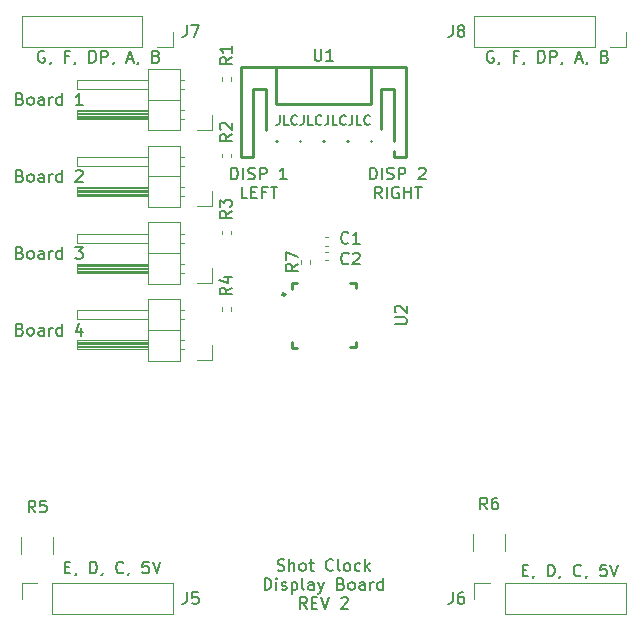
<source format=gbr>
%TF.GenerationSoftware,KiCad,Pcbnew,7.0.7-7.0.7~ubuntu22.04.1*%
%TF.CreationDate,2023-10-06T15:12:17+02:00*%
%TF.ProjectId,ShotClockDisplayPCB,53686f74-436c-46f6-936b-446973706c61,rev?*%
%TF.SameCoordinates,Original*%
%TF.FileFunction,Legend,Top*%
%TF.FilePolarity,Positive*%
%FSLAX46Y46*%
G04 Gerber Fmt 4.6, Leading zero omitted, Abs format (unit mm)*
G04 Created by KiCad (PCBNEW 7.0.7-7.0.7~ubuntu22.04.1) date 2023-10-06 15:12:17*
%MOMM*%
%LPD*%
G01*
G04 APERTURE LIST*
%ADD10C,0.150000*%
%ADD11C,0.120000*%
%ADD12C,0.250000*%
G04 APERTURE END LIST*
D10*
X28860588Y-29667438D02*
X28765350Y-29619819D01*
X28765350Y-29619819D02*
X28622493Y-29619819D01*
X28622493Y-29619819D02*
X28479636Y-29667438D01*
X28479636Y-29667438D02*
X28384398Y-29762676D01*
X28384398Y-29762676D02*
X28336779Y-29857914D01*
X28336779Y-29857914D02*
X28289160Y-30048390D01*
X28289160Y-30048390D02*
X28289160Y-30191247D01*
X28289160Y-30191247D02*
X28336779Y-30381723D01*
X28336779Y-30381723D02*
X28384398Y-30476961D01*
X28384398Y-30476961D02*
X28479636Y-30572200D01*
X28479636Y-30572200D02*
X28622493Y-30619819D01*
X28622493Y-30619819D02*
X28717731Y-30619819D01*
X28717731Y-30619819D02*
X28860588Y-30572200D01*
X28860588Y-30572200D02*
X28908207Y-30524580D01*
X28908207Y-30524580D02*
X28908207Y-30191247D01*
X28908207Y-30191247D02*
X28717731Y-30191247D01*
X29384398Y-30572200D02*
X29384398Y-30619819D01*
X29384398Y-30619819D02*
X29336779Y-30715057D01*
X29336779Y-30715057D02*
X29289160Y-30762676D01*
X30908207Y-30096009D02*
X30574874Y-30096009D01*
X30574874Y-30619819D02*
X30574874Y-29619819D01*
X30574874Y-29619819D02*
X31051064Y-29619819D01*
X31479636Y-30572200D02*
X31479636Y-30619819D01*
X31479636Y-30619819D02*
X31432017Y-30715057D01*
X31432017Y-30715057D02*
X31384398Y-30762676D01*
X32670112Y-30619819D02*
X32670112Y-29619819D01*
X32670112Y-29619819D02*
X32908207Y-29619819D01*
X32908207Y-29619819D02*
X33051064Y-29667438D01*
X33051064Y-29667438D02*
X33146302Y-29762676D01*
X33146302Y-29762676D02*
X33193921Y-29857914D01*
X33193921Y-29857914D02*
X33241540Y-30048390D01*
X33241540Y-30048390D02*
X33241540Y-30191247D01*
X33241540Y-30191247D02*
X33193921Y-30381723D01*
X33193921Y-30381723D02*
X33146302Y-30476961D01*
X33146302Y-30476961D02*
X33051064Y-30572200D01*
X33051064Y-30572200D02*
X32908207Y-30619819D01*
X32908207Y-30619819D02*
X32670112Y-30619819D01*
X33670112Y-30619819D02*
X33670112Y-29619819D01*
X33670112Y-29619819D02*
X34051064Y-29619819D01*
X34051064Y-29619819D02*
X34146302Y-29667438D01*
X34146302Y-29667438D02*
X34193921Y-29715057D01*
X34193921Y-29715057D02*
X34241540Y-29810295D01*
X34241540Y-29810295D02*
X34241540Y-29953152D01*
X34241540Y-29953152D02*
X34193921Y-30048390D01*
X34193921Y-30048390D02*
X34146302Y-30096009D01*
X34146302Y-30096009D02*
X34051064Y-30143628D01*
X34051064Y-30143628D02*
X33670112Y-30143628D01*
X34717731Y-30572200D02*
X34717731Y-30619819D01*
X34717731Y-30619819D02*
X34670112Y-30715057D01*
X34670112Y-30715057D02*
X34622493Y-30762676D01*
X35860588Y-30334104D02*
X36336778Y-30334104D01*
X35765350Y-30619819D02*
X36098683Y-29619819D01*
X36098683Y-29619819D02*
X36432016Y-30619819D01*
X36812969Y-30572200D02*
X36812969Y-30619819D01*
X36812969Y-30619819D02*
X36765350Y-30715057D01*
X36765350Y-30715057D02*
X36717731Y-30762676D01*
X38336778Y-30096009D02*
X38479635Y-30143628D01*
X38479635Y-30143628D02*
X38527254Y-30191247D01*
X38527254Y-30191247D02*
X38574873Y-30286485D01*
X38574873Y-30286485D02*
X38574873Y-30429342D01*
X38574873Y-30429342D02*
X38527254Y-30524580D01*
X38527254Y-30524580D02*
X38479635Y-30572200D01*
X38479635Y-30572200D02*
X38384397Y-30619819D01*
X38384397Y-30619819D02*
X38003445Y-30619819D01*
X38003445Y-30619819D02*
X38003445Y-29619819D01*
X38003445Y-29619819D02*
X38336778Y-29619819D01*
X38336778Y-29619819D02*
X38432016Y-29667438D01*
X38432016Y-29667438D02*
X38479635Y-29715057D01*
X38479635Y-29715057D02*
X38527254Y-29810295D01*
X38527254Y-29810295D02*
X38527254Y-29905533D01*
X38527254Y-29905533D02*
X38479635Y-30000771D01*
X38479635Y-30000771D02*
X38432016Y-30048390D01*
X38432016Y-30048390D02*
X38336778Y-30096009D01*
X38336778Y-30096009D02*
X38003445Y-30096009D01*
X66860588Y-29667438D02*
X66765350Y-29619819D01*
X66765350Y-29619819D02*
X66622493Y-29619819D01*
X66622493Y-29619819D02*
X66479636Y-29667438D01*
X66479636Y-29667438D02*
X66384398Y-29762676D01*
X66384398Y-29762676D02*
X66336779Y-29857914D01*
X66336779Y-29857914D02*
X66289160Y-30048390D01*
X66289160Y-30048390D02*
X66289160Y-30191247D01*
X66289160Y-30191247D02*
X66336779Y-30381723D01*
X66336779Y-30381723D02*
X66384398Y-30476961D01*
X66384398Y-30476961D02*
X66479636Y-30572200D01*
X66479636Y-30572200D02*
X66622493Y-30619819D01*
X66622493Y-30619819D02*
X66717731Y-30619819D01*
X66717731Y-30619819D02*
X66860588Y-30572200D01*
X66860588Y-30572200D02*
X66908207Y-30524580D01*
X66908207Y-30524580D02*
X66908207Y-30191247D01*
X66908207Y-30191247D02*
X66717731Y-30191247D01*
X67384398Y-30572200D02*
X67384398Y-30619819D01*
X67384398Y-30619819D02*
X67336779Y-30715057D01*
X67336779Y-30715057D02*
X67289160Y-30762676D01*
X68908207Y-30096009D02*
X68574874Y-30096009D01*
X68574874Y-30619819D02*
X68574874Y-29619819D01*
X68574874Y-29619819D02*
X69051064Y-29619819D01*
X69479636Y-30572200D02*
X69479636Y-30619819D01*
X69479636Y-30619819D02*
X69432017Y-30715057D01*
X69432017Y-30715057D02*
X69384398Y-30762676D01*
X70670112Y-30619819D02*
X70670112Y-29619819D01*
X70670112Y-29619819D02*
X70908207Y-29619819D01*
X70908207Y-29619819D02*
X71051064Y-29667438D01*
X71051064Y-29667438D02*
X71146302Y-29762676D01*
X71146302Y-29762676D02*
X71193921Y-29857914D01*
X71193921Y-29857914D02*
X71241540Y-30048390D01*
X71241540Y-30048390D02*
X71241540Y-30191247D01*
X71241540Y-30191247D02*
X71193921Y-30381723D01*
X71193921Y-30381723D02*
X71146302Y-30476961D01*
X71146302Y-30476961D02*
X71051064Y-30572200D01*
X71051064Y-30572200D02*
X70908207Y-30619819D01*
X70908207Y-30619819D02*
X70670112Y-30619819D01*
X71670112Y-30619819D02*
X71670112Y-29619819D01*
X71670112Y-29619819D02*
X72051064Y-29619819D01*
X72051064Y-29619819D02*
X72146302Y-29667438D01*
X72146302Y-29667438D02*
X72193921Y-29715057D01*
X72193921Y-29715057D02*
X72241540Y-29810295D01*
X72241540Y-29810295D02*
X72241540Y-29953152D01*
X72241540Y-29953152D02*
X72193921Y-30048390D01*
X72193921Y-30048390D02*
X72146302Y-30096009D01*
X72146302Y-30096009D02*
X72051064Y-30143628D01*
X72051064Y-30143628D02*
X71670112Y-30143628D01*
X72717731Y-30572200D02*
X72717731Y-30619819D01*
X72717731Y-30619819D02*
X72670112Y-30715057D01*
X72670112Y-30715057D02*
X72622493Y-30762676D01*
X73860588Y-30334104D02*
X74336778Y-30334104D01*
X73765350Y-30619819D02*
X74098683Y-29619819D01*
X74098683Y-29619819D02*
X74432016Y-30619819D01*
X74812969Y-30572200D02*
X74812969Y-30619819D01*
X74812969Y-30619819D02*
X74765350Y-30715057D01*
X74765350Y-30715057D02*
X74717731Y-30762676D01*
X76336778Y-30096009D02*
X76479635Y-30143628D01*
X76479635Y-30143628D02*
X76527254Y-30191247D01*
X76527254Y-30191247D02*
X76574873Y-30286485D01*
X76574873Y-30286485D02*
X76574873Y-30429342D01*
X76574873Y-30429342D02*
X76527254Y-30524580D01*
X76527254Y-30524580D02*
X76479635Y-30572200D01*
X76479635Y-30572200D02*
X76384397Y-30619819D01*
X76384397Y-30619819D02*
X76003445Y-30619819D01*
X76003445Y-30619819D02*
X76003445Y-29619819D01*
X76003445Y-29619819D02*
X76336778Y-29619819D01*
X76336778Y-29619819D02*
X76432016Y-29667438D01*
X76432016Y-29667438D02*
X76479635Y-29715057D01*
X76479635Y-29715057D02*
X76527254Y-29810295D01*
X76527254Y-29810295D02*
X76527254Y-29905533D01*
X76527254Y-29905533D02*
X76479635Y-30000771D01*
X76479635Y-30000771D02*
X76432016Y-30048390D01*
X76432016Y-30048390D02*
X76336778Y-30096009D01*
X76336778Y-30096009D02*
X76003445Y-30096009D01*
X69336779Y-73596009D02*
X69670112Y-73596009D01*
X69812969Y-74119819D02*
X69336779Y-74119819D01*
X69336779Y-74119819D02*
X69336779Y-73119819D01*
X69336779Y-73119819D02*
X69812969Y-73119819D01*
X70289160Y-74072200D02*
X70289160Y-74119819D01*
X70289160Y-74119819D02*
X70241541Y-74215057D01*
X70241541Y-74215057D02*
X70193922Y-74262676D01*
X71479636Y-74119819D02*
X71479636Y-73119819D01*
X71479636Y-73119819D02*
X71717731Y-73119819D01*
X71717731Y-73119819D02*
X71860588Y-73167438D01*
X71860588Y-73167438D02*
X71955826Y-73262676D01*
X71955826Y-73262676D02*
X72003445Y-73357914D01*
X72003445Y-73357914D02*
X72051064Y-73548390D01*
X72051064Y-73548390D02*
X72051064Y-73691247D01*
X72051064Y-73691247D02*
X72003445Y-73881723D01*
X72003445Y-73881723D02*
X71955826Y-73976961D01*
X71955826Y-73976961D02*
X71860588Y-74072200D01*
X71860588Y-74072200D02*
X71717731Y-74119819D01*
X71717731Y-74119819D02*
X71479636Y-74119819D01*
X72527255Y-74072200D02*
X72527255Y-74119819D01*
X72527255Y-74119819D02*
X72479636Y-74215057D01*
X72479636Y-74215057D02*
X72432017Y-74262676D01*
X74289159Y-74024580D02*
X74241540Y-74072200D01*
X74241540Y-74072200D02*
X74098683Y-74119819D01*
X74098683Y-74119819D02*
X74003445Y-74119819D01*
X74003445Y-74119819D02*
X73860588Y-74072200D01*
X73860588Y-74072200D02*
X73765350Y-73976961D01*
X73765350Y-73976961D02*
X73717731Y-73881723D01*
X73717731Y-73881723D02*
X73670112Y-73691247D01*
X73670112Y-73691247D02*
X73670112Y-73548390D01*
X73670112Y-73548390D02*
X73717731Y-73357914D01*
X73717731Y-73357914D02*
X73765350Y-73262676D01*
X73765350Y-73262676D02*
X73860588Y-73167438D01*
X73860588Y-73167438D02*
X74003445Y-73119819D01*
X74003445Y-73119819D02*
X74098683Y-73119819D01*
X74098683Y-73119819D02*
X74241540Y-73167438D01*
X74241540Y-73167438D02*
X74289159Y-73215057D01*
X74765350Y-74072200D02*
X74765350Y-74119819D01*
X74765350Y-74119819D02*
X74717731Y-74215057D01*
X74717731Y-74215057D02*
X74670112Y-74262676D01*
X76432016Y-73119819D02*
X75955826Y-73119819D01*
X75955826Y-73119819D02*
X75908207Y-73596009D01*
X75908207Y-73596009D02*
X75955826Y-73548390D01*
X75955826Y-73548390D02*
X76051064Y-73500771D01*
X76051064Y-73500771D02*
X76289159Y-73500771D01*
X76289159Y-73500771D02*
X76384397Y-73548390D01*
X76384397Y-73548390D02*
X76432016Y-73596009D01*
X76432016Y-73596009D02*
X76479635Y-73691247D01*
X76479635Y-73691247D02*
X76479635Y-73929342D01*
X76479635Y-73929342D02*
X76432016Y-74024580D01*
X76432016Y-74024580D02*
X76384397Y-74072200D01*
X76384397Y-74072200D02*
X76289159Y-74119819D01*
X76289159Y-74119819D02*
X76051064Y-74119819D01*
X76051064Y-74119819D02*
X75955826Y-74072200D01*
X75955826Y-74072200D02*
X75908207Y-74024580D01*
X76765350Y-73119819D02*
X77098683Y-74119819D01*
X77098683Y-74119819D02*
X77432016Y-73119819D01*
X56416667Y-40509819D02*
X56416667Y-39509819D01*
X56416667Y-39509819D02*
X56654762Y-39509819D01*
X56654762Y-39509819D02*
X56797619Y-39557438D01*
X56797619Y-39557438D02*
X56892857Y-39652676D01*
X56892857Y-39652676D02*
X56940476Y-39747914D01*
X56940476Y-39747914D02*
X56988095Y-39938390D01*
X56988095Y-39938390D02*
X56988095Y-40081247D01*
X56988095Y-40081247D02*
X56940476Y-40271723D01*
X56940476Y-40271723D02*
X56892857Y-40366961D01*
X56892857Y-40366961D02*
X56797619Y-40462200D01*
X56797619Y-40462200D02*
X56654762Y-40509819D01*
X56654762Y-40509819D02*
X56416667Y-40509819D01*
X57416667Y-40509819D02*
X57416667Y-39509819D01*
X57845238Y-40462200D02*
X57988095Y-40509819D01*
X57988095Y-40509819D02*
X58226190Y-40509819D01*
X58226190Y-40509819D02*
X58321428Y-40462200D01*
X58321428Y-40462200D02*
X58369047Y-40414580D01*
X58369047Y-40414580D02*
X58416666Y-40319342D01*
X58416666Y-40319342D02*
X58416666Y-40224104D01*
X58416666Y-40224104D02*
X58369047Y-40128866D01*
X58369047Y-40128866D02*
X58321428Y-40081247D01*
X58321428Y-40081247D02*
X58226190Y-40033628D01*
X58226190Y-40033628D02*
X58035714Y-39986009D01*
X58035714Y-39986009D02*
X57940476Y-39938390D01*
X57940476Y-39938390D02*
X57892857Y-39890771D01*
X57892857Y-39890771D02*
X57845238Y-39795533D01*
X57845238Y-39795533D02*
X57845238Y-39700295D01*
X57845238Y-39700295D02*
X57892857Y-39605057D01*
X57892857Y-39605057D02*
X57940476Y-39557438D01*
X57940476Y-39557438D02*
X58035714Y-39509819D01*
X58035714Y-39509819D02*
X58273809Y-39509819D01*
X58273809Y-39509819D02*
X58416666Y-39557438D01*
X58845238Y-40509819D02*
X58845238Y-39509819D01*
X58845238Y-39509819D02*
X59226190Y-39509819D01*
X59226190Y-39509819D02*
X59321428Y-39557438D01*
X59321428Y-39557438D02*
X59369047Y-39605057D01*
X59369047Y-39605057D02*
X59416666Y-39700295D01*
X59416666Y-39700295D02*
X59416666Y-39843152D01*
X59416666Y-39843152D02*
X59369047Y-39938390D01*
X59369047Y-39938390D02*
X59321428Y-39986009D01*
X59321428Y-39986009D02*
X59226190Y-40033628D01*
X59226190Y-40033628D02*
X58845238Y-40033628D01*
X60559524Y-39605057D02*
X60607143Y-39557438D01*
X60607143Y-39557438D02*
X60702381Y-39509819D01*
X60702381Y-39509819D02*
X60940476Y-39509819D01*
X60940476Y-39509819D02*
X61035714Y-39557438D01*
X61035714Y-39557438D02*
X61083333Y-39605057D01*
X61083333Y-39605057D02*
X61130952Y-39700295D01*
X61130952Y-39700295D02*
X61130952Y-39795533D01*
X61130952Y-39795533D02*
X61083333Y-39938390D01*
X61083333Y-39938390D02*
X60511905Y-40509819D01*
X60511905Y-40509819D02*
X61130952Y-40509819D01*
X57416666Y-42119819D02*
X57083333Y-41643628D01*
X56845238Y-42119819D02*
X56845238Y-41119819D01*
X56845238Y-41119819D02*
X57226190Y-41119819D01*
X57226190Y-41119819D02*
X57321428Y-41167438D01*
X57321428Y-41167438D02*
X57369047Y-41215057D01*
X57369047Y-41215057D02*
X57416666Y-41310295D01*
X57416666Y-41310295D02*
X57416666Y-41453152D01*
X57416666Y-41453152D02*
X57369047Y-41548390D01*
X57369047Y-41548390D02*
X57321428Y-41596009D01*
X57321428Y-41596009D02*
X57226190Y-41643628D01*
X57226190Y-41643628D02*
X56845238Y-41643628D01*
X57845238Y-42119819D02*
X57845238Y-41119819D01*
X58845237Y-41167438D02*
X58749999Y-41119819D01*
X58749999Y-41119819D02*
X58607142Y-41119819D01*
X58607142Y-41119819D02*
X58464285Y-41167438D01*
X58464285Y-41167438D02*
X58369047Y-41262676D01*
X58369047Y-41262676D02*
X58321428Y-41357914D01*
X58321428Y-41357914D02*
X58273809Y-41548390D01*
X58273809Y-41548390D02*
X58273809Y-41691247D01*
X58273809Y-41691247D02*
X58321428Y-41881723D01*
X58321428Y-41881723D02*
X58369047Y-41976961D01*
X58369047Y-41976961D02*
X58464285Y-42072200D01*
X58464285Y-42072200D02*
X58607142Y-42119819D01*
X58607142Y-42119819D02*
X58702380Y-42119819D01*
X58702380Y-42119819D02*
X58845237Y-42072200D01*
X58845237Y-42072200D02*
X58892856Y-42024580D01*
X58892856Y-42024580D02*
X58892856Y-41691247D01*
X58892856Y-41691247D02*
X58702380Y-41691247D01*
X59321428Y-42119819D02*
X59321428Y-41119819D01*
X59321428Y-41596009D02*
X59892856Y-41596009D01*
X59892856Y-42119819D02*
X59892856Y-41119819D01*
X60226190Y-41119819D02*
X60797618Y-41119819D01*
X60511904Y-42119819D02*
X60511904Y-41119819D01*
X44666667Y-40509819D02*
X44666667Y-39509819D01*
X44666667Y-39509819D02*
X44904762Y-39509819D01*
X44904762Y-39509819D02*
X45047619Y-39557438D01*
X45047619Y-39557438D02*
X45142857Y-39652676D01*
X45142857Y-39652676D02*
X45190476Y-39747914D01*
X45190476Y-39747914D02*
X45238095Y-39938390D01*
X45238095Y-39938390D02*
X45238095Y-40081247D01*
X45238095Y-40081247D02*
X45190476Y-40271723D01*
X45190476Y-40271723D02*
X45142857Y-40366961D01*
X45142857Y-40366961D02*
X45047619Y-40462200D01*
X45047619Y-40462200D02*
X44904762Y-40509819D01*
X44904762Y-40509819D02*
X44666667Y-40509819D01*
X45666667Y-40509819D02*
X45666667Y-39509819D01*
X46095238Y-40462200D02*
X46238095Y-40509819D01*
X46238095Y-40509819D02*
X46476190Y-40509819D01*
X46476190Y-40509819D02*
X46571428Y-40462200D01*
X46571428Y-40462200D02*
X46619047Y-40414580D01*
X46619047Y-40414580D02*
X46666666Y-40319342D01*
X46666666Y-40319342D02*
X46666666Y-40224104D01*
X46666666Y-40224104D02*
X46619047Y-40128866D01*
X46619047Y-40128866D02*
X46571428Y-40081247D01*
X46571428Y-40081247D02*
X46476190Y-40033628D01*
X46476190Y-40033628D02*
X46285714Y-39986009D01*
X46285714Y-39986009D02*
X46190476Y-39938390D01*
X46190476Y-39938390D02*
X46142857Y-39890771D01*
X46142857Y-39890771D02*
X46095238Y-39795533D01*
X46095238Y-39795533D02*
X46095238Y-39700295D01*
X46095238Y-39700295D02*
X46142857Y-39605057D01*
X46142857Y-39605057D02*
X46190476Y-39557438D01*
X46190476Y-39557438D02*
X46285714Y-39509819D01*
X46285714Y-39509819D02*
X46523809Y-39509819D01*
X46523809Y-39509819D02*
X46666666Y-39557438D01*
X47095238Y-40509819D02*
X47095238Y-39509819D01*
X47095238Y-39509819D02*
X47476190Y-39509819D01*
X47476190Y-39509819D02*
X47571428Y-39557438D01*
X47571428Y-39557438D02*
X47619047Y-39605057D01*
X47619047Y-39605057D02*
X47666666Y-39700295D01*
X47666666Y-39700295D02*
X47666666Y-39843152D01*
X47666666Y-39843152D02*
X47619047Y-39938390D01*
X47619047Y-39938390D02*
X47571428Y-39986009D01*
X47571428Y-39986009D02*
X47476190Y-40033628D01*
X47476190Y-40033628D02*
X47095238Y-40033628D01*
X49380952Y-40509819D02*
X48809524Y-40509819D01*
X49095238Y-40509819D02*
X49095238Y-39509819D01*
X49095238Y-39509819D02*
X49000000Y-39652676D01*
X49000000Y-39652676D02*
X48904762Y-39747914D01*
X48904762Y-39747914D02*
X48809524Y-39795533D01*
X46047618Y-42119819D02*
X45571428Y-42119819D01*
X45571428Y-42119819D02*
X45571428Y-41119819D01*
X46380952Y-41596009D02*
X46714285Y-41596009D01*
X46857142Y-42119819D02*
X46380952Y-42119819D01*
X46380952Y-42119819D02*
X46380952Y-41119819D01*
X46380952Y-41119819D02*
X46857142Y-41119819D01*
X47619047Y-41596009D02*
X47285714Y-41596009D01*
X47285714Y-42119819D02*
X47285714Y-41119819D01*
X47285714Y-41119819D02*
X47761904Y-41119819D01*
X48000000Y-41119819D02*
X48571428Y-41119819D01*
X48285714Y-42119819D02*
X48285714Y-41119819D01*
X48595237Y-73602200D02*
X48738094Y-73649819D01*
X48738094Y-73649819D02*
X48976189Y-73649819D01*
X48976189Y-73649819D02*
X49071427Y-73602200D01*
X49071427Y-73602200D02*
X49119046Y-73554580D01*
X49119046Y-73554580D02*
X49166665Y-73459342D01*
X49166665Y-73459342D02*
X49166665Y-73364104D01*
X49166665Y-73364104D02*
X49119046Y-73268866D01*
X49119046Y-73268866D02*
X49071427Y-73221247D01*
X49071427Y-73221247D02*
X48976189Y-73173628D01*
X48976189Y-73173628D02*
X48785713Y-73126009D01*
X48785713Y-73126009D02*
X48690475Y-73078390D01*
X48690475Y-73078390D02*
X48642856Y-73030771D01*
X48642856Y-73030771D02*
X48595237Y-72935533D01*
X48595237Y-72935533D02*
X48595237Y-72840295D01*
X48595237Y-72840295D02*
X48642856Y-72745057D01*
X48642856Y-72745057D02*
X48690475Y-72697438D01*
X48690475Y-72697438D02*
X48785713Y-72649819D01*
X48785713Y-72649819D02*
X49023808Y-72649819D01*
X49023808Y-72649819D02*
X49166665Y-72697438D01*
X49595237Y-73649819D02*
X49595237Y-72649819D01*
X50023808Y-73649819D02*
X50023808Y-73126009D01*
X50023808Y-73126009D02*
X49976189Y-73030771D01*
X49976189Y-73030771D02*
X49880951Y-72983152D01*
X49880951Y-72983152D02*
X49738094Y-72983152D01*
X49738094Y-72983152D02*
X49642856Y-73030771D01*
X49642856Y-73030771D02*
X49595237Y-73078390D01*
X50642856Y-73649819D02*
X50547618Y-73602200D01*
X50547618Y-73602200D02*
X50499999Y-73554580D01*
X50499999Y-73554580D02*
X50452380Y-73459342D01*
X50452380Y-73459342D02*
X50452380Y-73173628D01*
X50452380Y-73173628D02*
X50499999Y-73078390D01*
X50499999Y-73078390D02*
X50547618Y-73030771D01*
X50547618Y-73030771D02*
X50642856Y-72983152D01*
X50642856Y-72983152D02*
X50785713Y-72983152D01*
X50785713Y-72983152D02*
X50880951Y-73030771D01*
X50880951Y-73030771D02*
X50928570Y-73078390D01*
X50928570Y-73078390D02*
X50976189Y-73173628D01*
X50976189Y-73173628D02*
X50976189Y-73459342D01*
X50976189Y-73459342D02*
X50928570Y-73554580D01*
X50928570Y-73554580D02*
X50880951Y-73602200D01*
X50880951Y-73602200D02*
X50785713Y-73649819D01*
X50785713Y-73649819D02*
X50642856Y-73649819D01*
X51261904Y-72983152D02*
X51642856Y-72983152D01*
X51404761Y-72649819D02*
X51404761Y-73506961D01*
X51404761Y-73506961D02*
X51452380Y-73602200D01*
X51452380Y-73602200D02*
X51547618Y-73649819D01*
X51547618Y-73649819D02*
X51642856Y-73649819D01*
X53309523Y-73554580D02*
X53261904Y-73602200D01*
X53261904Y-73602200D02*
X53119047Y-73649819D01*
X53119047Y-73649819D02*
X53023809Y-73649819D01*
X53023809Y-73649819D02*
X52880952Y-73602200D01*
X52880952Y-73602200D02*
X52785714Y-73506961D01*
X52785714Y-73506961D02*
X52738095Y-73411723D01*
X52738095Y-73411723D02*
X52690476Y-73221247D01*
X52690476Y-73221247D02*
X52690476Y-73078390D01*
X52690476Y-73078390D02*
X52738095Y-72887914D01*
X52738095Y-72887914D02*
X52785714Y-72792676D01*
X52785714Y-72792676D02*
X52880952Y-72697438D01*
X52880952Y-72697438D02*
X53023809Y-72649819D01*
X53023809Y-72649819D02*
X53119047Y-72649819D01*
X53119047Y-72649819D02*
X53261904Y-72697438D01*
X53261904Y-72697438D02*
X53309523Y-72745057D01*
X53880952Y-73649819D02*
X53785714Y-73602200D01*
X53785714Y-73602200D02*
X53738095Y-73506961D01*
X53738095Y-73506961D02*
X53738095Y-72649819D01*
X54404762Y-73649819D02*
X54309524Y-73602200D01*
X54309524Y-73602200D02*
X54261905Y-73554580D01*
X54261905Y-73554580D02*
X54214286Y-73459342D01*
X54214286Y-73459342D02*
X54214286Y-73173628D01*
X54214286Y-73173628D02*
X54261905Y-73078390D01*
X54261905Y-73078390D02*
X54309524Y-73030771D01*
X54309524Y-73030771D02*
X54404762Y-72983152D01*
X54404762Y-72983152D02*
X54547619Y-72983152D01*
X54547619Y-72983152D02*
X54642857Y-73030771D01*
X54642857Y-73030771D02*
X54690476Y-73078390D01*
X54690476Y-73078390D02*
X54738095Y-73173628D01*
X54738095Y-73173628D02*
X54738095Y-73459342D01*
X54738095Y-73459342D02*
X54690476Y-73554580D01*
X54690476Y-73554580D02*
X54642857Y-73602200D01*
X54642857Y-73602200D02*
X54547619Y-73649819D01*
X54547619Y-73649819D02*
X54404762Y-73649819D01*
X55595238Y-73602200D02*
X55500000Y-73649819D01*
X55500000Y-73649819D02*
X55309524Y-73649819D01*
X55309524Y-73649819D02*
X55214286Y-73602200D01*
X55214286Y-73602200D02*
X55166667Y-73554580D01*
X55166667Y-73554580D02*
X55119048Y-73459342D01*
X55119048Y-73459342D02*
X55119048Y-73173628D01*
X55119048Y-73173628D02*
X55166667Y-73078390D01*
X55166667Y-73078390D02*
X55214286Y-73030771D01*
X55214286Y-73030771D02*
X55309524Y-72983152D01*
X55309524Y-72983152D02*
X55500000Y-72983152D01*
X55500000Y-72983152D02*
X55595238Y-73030771D01*
X56023810Y-73649819D02*
X56023810Y-72649819D01*
X56119048Y-73268866D02*
X56404762Y-73649819D01*
X56404762Y-72983152D02*
X56023810Y-73364104D01*
X47499999Y-75259819D02*
X47499999Y-74259819D01*
X47499999Y-74259819D02*
X47738094Y-74259819D01*
X47738094Y-74259819D02*
X47880951Y-74307438D01*
X47880951Y-74307438D02*
X47976189Y-74402676D01*
X47976189Y-74402676D02*
X48023808Y-74497914D01*
X48023808Y-74497914D02*
X48071427Y-74688390D01*
X48071427Y-74688390D02*
X48071427Y-74831247D01*
X48071427Y-74831247D02*
X48023808Y-75021723D01*
X48023808Y-75021723D02*
X47976189Y-75116961D01*
X47976189Y-75116961D02*
X47880951Y-75212200D01*
X47880951Y-75212200D02*
X47738094Y-75259819D01*
X47738094Y-75259819D02*
X47499999Y-75259819D01*
X48499999Y-75259819D02*
X48499999Y-74593152D01*
X48499999Y-74259819D02*
X48452380Y-74307438D01*
X48452380Y-74307438D02*
X48499999Y-74355057D01*
X48499999Y-74355057D02*
X48547618Y-74307438D01*
X48547618Y-74307438D02*
X48499999Y-74259819D01*
X48499999Y-74259819D02*
X48499999Y-74355057D01*
X48928570Y-75212200D02*
X49023808Y-75259819D01*
X49023808Y-75259819D02*
X49214284Y-75259819D01*
X49214284Y-75259819D02*
X49309522Y-75212200D01*
X49309522Y-75212200D02*
X49357141Y-75116961D01*
X49357141Y-75116961D02*
X49357141Y-75069342D01*
X49357141Y-75069342D02*
X49309522Y-74974104D01*
X49309522Y-74974104D02*
X49214284Y-74926485D01*
X49214284Y-74926485D02*
X49071427Y-74926485D01*
X49071427Y-74926485D02*
X48976189Y-74878866D01*
X48976189Y-74878866D02*
X48928570Y-74783628D01*
X48928570Y-74783628D02*
X48928570Y-74736009D01*
X48928570Y-74736009D02*
X48976189Y-74640771D01*
X48976189Y-74640771D02*
X49071427Y-74593152D01*
X49071427Y-74593152D02*
X49214284Y-74593152D01*
X49214284Y-74593152D02*
X49309522Y-74640771D01*
X49785713Y-74593152D02*
X49785713Y-75593152D01*
X49785713Y-74640771D02*
X49880951Y-74593152D01*
X49880951Y-74593152D02*
X50071427Y-74593152D01*
X50071427Y-74593152D02*
X50166665Y-74640771D01*
X50166665Y-74640771D02*
X50214284Y-74688390D01*
X50214284Y-74688390D02*
X50261903Y-74783628D01*
X50261903Y-74783628D02*
X50261903Y-75069342D01*
X50261903Y-75069342D02*
X50214284Y-75164580D01*
X50214284Y-75164580D02*
X50166665Y-75212200D01*
X50166665Y-75212200D02*
X50071427Y-75259819D01*
X50071427Y-75259819D02*
X49880951Y-75259819D01*
X49880951Y-75259819D02*
X49785713Y-75212200D01*
X50833332Y-75259819D02*
X50738094Y-75212200D01*
X50738094Y-75212200D02*
X50690475Y-75116961D01*
X50690475Y-75116961D02*
X50690475Y-74259819D01*
X51642856Y-75259819D02*
X51642856Y-74736009D01*
X51642856Y-74736009D02*
X51595237Y-74640771D01*
X51595237Y-74640771D02*
X51499999Y-74593152D01*
X51499999Y-74593152D02*
X51309523Y-74593152D01*
X51309523Y-74593152D02*
X51214285Y-74640771D01*
X51642856Y-75212200D02*
X51547618Y-75259819D01*
X51547618Y-75259819D02*
X51309523Y-75259819D01*
X51309523Y-75259819D02*
X51214285Y-75212200D01*
X51214285Y-75212200D02*
X51166666Y-75116961D01*
X51166666Y-75116961D02*
X51166666Y-75021723D01*
X51166666Y-75021723D02*
X51214285Y-74926485D01*
X51214285Y-74926485D02*
X51309523Y-74878866D01*
X51309523Y-74878866D02*
X51547618Y-74878866D01*
X51547618Y-74878866D02*
X51642856Y-74831247D01*
X52023809Y-74593152D02*
X52261904Y-75259819D01*
X52499999Y-74593152D02*
X52261904Y-75259819D01*
X52261904Y-75259819D02*
X52166666Y-75497914D01*
X52166666Y-75497914D02*
X52119047Y-75545533D01*
X52119047Y-75545533D02*
X52023809Y-75593152D01*
X53976190Y-74736009D02*
X54119047Y-74783628D01*
X54119047Y-74783628D02*
X54166666Y-74831247D01*
X54166666Y-74831247D02*
X54214285Y-74926485D01*
X54214285Y-74926485D02*
X54214285Y-75069342D01*
X54214285Y-75069342D02*
X54166666Y-75164580D01*
X54166666Y-75164580D02*
X54119047Y-75212200D01*
X54119047Y-75212200D02*
X54023809Y-75259819D01*
X54023809Y-75259819D02*
X53642857Y-75259819D01*
X53642857Y-75259819D02*
X53642857Y-74259819D01*
X53642857Y-74259819D02*
X53976190Y-74259819D01*
X53976190Y-74259819D02*
X54071428Y-74307438D01*
X54071428Y-74307438D02*
X54119047Y-74355057D01*
X54119047Y-74355057D02*
X54166666Y-74450295D01*
X54166666Y-74450295D02*
X54166666Y-74545533D01*
X54166666Y-74545533D02*
X54119047Y-74640771D01*
X54119047Y-74640771D02*
X54071428Y-74688390D01*
X54071428Y-74688390D02*
X53976190Y-74736009D01*
X53976190Y-74736009D02*
X53642857Y-74736009D01*
X54785714Y-75259819D02*
X54690476Y-75212200D01*
X54690476Y-75212200D02*
X54642857Y-75164580D01*
X54642857Y-75164580D02*
X54595238Y-75069342D01*
X54595238Y-75069342D02*
X54595238Y-74783628D01*
X54595238Y-74783628D02*
X54642857Y-74688390D01*
X54642857Y-74688390D02*
X54690476Y-74640771D01*
X54690476Y-74640771D02*
X54785714Y-74593152D01*
X54785714Y-74593152D02*
X54928571Y-74593152D01*
X54928571Y-74593152D02*
X55023809Y-74640771D01*
X55023809Y-74640771D02*
X55071428Y-74688390D01*
X55071428Y-74688390D02*
X55119047Y-74783628D01*
X55119047Y-74783628D02*
X55119047Y-75069342D01*
X55119047Y-75069342D02*
X55071428Y-75164580D01*
X55071428Y-75164580D02*
X55023809Y-75212200D01*
X55023809Y-75212200D02*
X54928571Y-75259819D01*
X54928571Y-75259819D02*
X54785714Y-75259819D01*
X55976190Y-75259819D02*
X55976190Y-74736009D01*
X55976190Y-74736009D02*
X55928571Y-74640771D01*
X55928571Y-74640771D02*
X55833333Y-74593152D01*
X55833333Y-74593152D02*
X55642857Y-74593152D01*
X55642857Y-74593152D02*
X55547619Y-74640771D01*
X55976190Y-75212200D02*
X55880952Y-75259819D01*
X55880952Y-75259819D02*
X55642857Y-75259819D01*
X55642857Y-75259819D02*
X55547619Y-75212200D01*
X55547619Y-75212200D02*
X55500000Y-75116961D01*
X55500000Y-75116961D02*
X55500000Y-75021723D01*
X55500000Y-75021723D02*
X55547619Y-74926485D01*
X55547619Y-74926485D02*
X55642857Y-74878866D01*
X55642857Y-74878866D02*
X55880952Y-74878866D01*
X55880952Y-74878866D02*
X55976190Y-74831247D01*
X56452381Y-75259819D02*
X56452381Y-74593152D01*
X56452381Y-74783628D02*
X56500000Y-74688390D01*
X56500000Y-74688390D02*
X56547619Y-74640771D01*
X56547619Y-74640771D02*
X56642857Y-74593152D01*
X56642857Y-74593152D02*
X56738095Y-74593152D01*
X57500000Y-75259819D02*
X57500000Y-74259819D01*
X57500000Y-75212200D02*
X57404762Y-75259819D01*
X57404762Y-75259819D02*
X57214286Y-75259819D01*
X57214286Y-75259819D02*
X57119048Y-75212200D01*
X57119048Y-75212200D02*
X57071429Y-75164580D01*
X57071429Y-75164580D02*
X57023810Y-75069342D01*
X57023810Y-75069342D02*
X57023810Y-74783628D01*
X57023810Y-74783628D02*
X57071429Y-74688390D01*
X57071429Y-74688390D02*
X57119048Y-74640771D01*
X57119048Y-74640771D02*
X57214286Y-74593152D01*
X57214286Y-74593152D02*
X57404762Y-74593152D01*
X57404762Y-74593152D02*
X57500000Y-74640771D01*
X51071428Y-76869819D02*
X50738095Y-76393628D01*
X50500000Y-76869819D02*
X50500000Y-75869819D01*
X50500000Y-75869819D02*
X50880952Y-75869819D01*
X50880952Y-75869819D02*
X50976190Y-75917438D01*
X50976190Y-75917438D02*
X51023809Y-75965057D01*
X51023809Y-75965057D02*
X51071428Y-76060295D01*
X51071428Y-76060295D02*
X51071428Y-76203152D01*
X51071428Y-76203152D02*
X51023809Y-76298390D01*
X51023809Y-76298390D02*
X50976190Y-76346009D01*
X50976190Y-76346009D02*
X50880952Y-76393628D01*
X50880952Y-76393628D02*
X50500000Y-76393628D01*
X51500000Y-76346009D02*
X51833333Y-76346009D01*
X51976190Y-76869819D02*
X51500000Y-76869819D01*
X51500000Y-76869819D02*
X51500000Y-75869819D01*
X51500000Y-75869819D02*
X51976190Y-75869819D01*
X52261905Y-75869819D02*
X52595238Y-76869819D01*
X52595238Y-76869819D02*
X52928571Y-75869819D01*
X53976191Y-75965057D02*
X54023810Y-75917438D01*
X54023810Y-75917438D02*
X54119048Y-75869819D01*
X54119048Y-75869819D02*
X54357143Y-75869819D01*
X54357143Y-75869819D02*
X54452381Y-75917438D01*
X54452381Y-75917438D02*
X54500000Y-75965057D01*
X54500000Y-75965057D02*
X54547619Y-76060295D01*
X54547619Y-76060295D02*
X54547619Y-76155533D01*
X54547619Y-76155533D02*
X54500000Y-76298390D01*
X54500000Y-76298390D02*
X53928572Y-76869819D01*
X53928572Y-76869819D02*
X54547619Y-76869819D01*
X30586779Y-73346009D02*
X30920112Y-73346009D01*
X31062969Y-73869819D02*
X30586779Y-73869819D01*
X30586779Y-73869819D02*
X30586779Y-72869819D01*
X30586779Y-72869819D02*
X31062969Y-72869819D01*
X31539160Y-73822200D02*
X31539160Y-73869819D01*
X31539160Y-73869819D02*
X31491541Y-73965057D01*
X31491541Y-73965057D02*
X31443922Y-74012676D01*
X32729636Y-73869819D02*
X32729636Y-72869819D01*
X32729636Y-72869819D02*
X32967731Y-72869819D01*
X32967731Y-72869819D02*
X33110588Y-72917438D01*
X33110588Y-72917438D02*
X33205826Y-73012676D01*
X33205826Y-73012676D02*
X33253445Y-73107914D01*
X33253445Y-73107914D02*
X33301064Y-73298390D01*
X33301064Y-73298390D02*
X33301064Y-73441247D01*
X33301064Y-73441247D02*
X33253445Y-73631723D01*
X33253445Y-73631723D02*
X33205826Y-73726961D01*
X33205826Y-73726961D02*
X33110588Y-73822200D01*
X33110588Y-73822200D02*
X32967731Y-73869819D01*
X32967731Y-73869819D02*
X32729636Y-73869819D01*
X33777255Y-73822200D02*
X33777255Y-73869819D01*
X33777255Y-73869819D02*
X33729636Y-73965057D01*
X33729636Y-73965057D02*
X33682017Y-74012676D01*
X35539159Y-73774580D02*
X35491540Y-73822200D01*
X35491540Y-73822200D02*
X35348683Y-73869819D01*
X35348683Y-73869819D02*
X35253445Y-73869819D01*
X35253445Y-73869819D02*
X35110588Y-73822200D01*
X35110588Y-73822200D02*
X35015350Y-73726961D01*
X35015350Y-73726961D02*
X34967731Y-73631723D01*
X34967731Y-73631723D02*
X34920112Y-73441247D01*
X34920112Y-73441247D02*
X34920112Y-73298390D01*
X34920112Y-73298390D02*
X34967731Y-73107914D01*
X34967731Y-73107914D02*
X35015350Y-73012676D01*
X35015350Y-73012676D02*
X35110588Y-72917438D01*
X35110588Y-72917438D02*
X35253445Y-72869819D01*
X35253445Y-72869819D02*
X35348683Y-72869819D01*
X35348683Y-72869819D02*
X35491540Y-72917438D01*
X35491540Y-72917438D02*
X35539159Y-72965057D01*
X36015350Y-73822200D02*
X36015350Y-73869819D01*
X36015350Y-73869819D02*
X35967731Y-73965057D01*
X35967731Y-73965057D02*
X35920112Y-74012676D01*
X37682016Y-72869819D02*
X37205826Y-72869819D01*
X37205826Y-72869819D02*
X37158207Y-73346009D01*
X37158207Y-73346009D02*
X37205826Y-73298390D01*
X37205826Y-73298390D02*
X37301064Y-73250771D01*
X37301064Y-73250771D02*
X37539159Y-73250771D01*
X37539159Y-73250771D02*
X37634397Y-73298390D01*
X37634397Y-73298390D02*
X37682016Y-73346009D01*
X37682016Y-73346009D02*
X37729635Y-73441247D01*
X37729635Y-73441247D02*
X37729635Y-73679342D01*
X37729635Y-73679342D02*
X37682016Y-73774580D01*
X37682016Y-73774580D02*
X37634397Y-73822200D01*
X37634397Y-73822200D02*
X37539159Y-73869819D01*
X37539159Y-73869819D02*
X37301064Y-73869819D01*
X37301064Y-73869819D02*
X37205826Y-73822200D01*
X37205826Y-73822200D02*
X37158207Y-73774580D01*
X38015350Y-72869819D02*
X38348683Y-73869819D01*
X38348683Y-73869819D02*
X38682016Y-72869819D01*
X48767731Y-35094295D02*
X48767731Y-35665723D01*
X48767731Y-35665723D02*
X48729636Y-35780009D01*
X48729636Y-35780009D02*
X48653445Y-35856200D01*
X48653445Y-35856200D02*
X48539160Y-35894295D01*
X48539160Y-35894295D02*
X48462969Y-35894295D01*
X49529636Y-35894295D02*
X49148684Y-35894295D01*
X49148684Y-35894295D02*
X49148684Y-35094295D01*
X50253446Y-35818104D02*
X50215350Y-35856200D01*
X50215350Y-35856200D02*
X50101065Y-35894295D01*
X50101065Y-35894295D02*
X50024874Y-35894295D01*
X50024874Y-35894295D02*
X49910588Y-35856200D01*
X49910588Y-35856200D02*
X49834398Y-35780009D01*
X49834398Y-35780009D02*
X49796303Y-35703819D01*
X49796303Y-35703819D02*
X49758207Y-35551438D01*
X49758207Y-35551438D02*
X49758207Y-35437152D01*
X49758207Y-35437152D02*
X49796303Y-35284771D01*
X49796303Y-35284771D02*
X49834398Y-35208580D01*
X49834398Y-35208580D02*
X49910588Y-35132390D01*
X49910588Y-35132390D02*
X50024874Y-35094295D01*
X50024874Y-35094295D02*
X50101065Y-35094295D01*
X50101065Y-35094295D02*
X50215350Y-35132390D01*
X50215350Y-35132390D02*
X50253446Y-35170485D01*
X50824874Y-35094295D02*
X50824874Y-35665723D01*
X50824874Y-35665723D02*
X50786779Y-35780009D01*
X50786779Y-35780009D02*
X50710588Y-35856200D01*
X50710588Y-35856200D02*
X50596303Y-35894295D01*
X50596303Y-35894295D02*
X50520112Y-35894295D01*
X51586779Y-35894295D02*
X51205827Y-35894295D01*
X51205827Y-35894295D02*
X51205827Y-35094295D01*
X52310589Y-35818104D02*
X52272493Y-35856200D01*
X52272493Y-35856200D02*
X52158208Y-35894295D01*
X52158208Y-35894295D02*
X52082017Y-35894295D01*
X52082017Y-35894295D02*
X51967731Y-35856200D01*
X51967731Y-35856200D02*
X51891541Y-35780009D01*
X51891541Y-35780009D02*
X51853446Y-35703819D01*
X51853446Y-35703819D02*
X51815350Y-35551438D01*
X51815350Y-35551438D02*
X51815350Y-35437152D01*
X51815350Y-35437152D02*
X51853446Y-35284771D01*
X51853446Y-35284771D02*
X51891541Y-35208580D01*
X51891541Y-35208580D02*
X51967731Y-35132390D01*
X51967731Y-35132390D02*
X52082017Y-35094295D01*
X52082017Y-35094295D02*
X52158208Y-35094295D01*
X52158208Y-35094295D02*
X52272493Y-35132390D01*
X52272493Y-35132390D02*
X52310589Y-35170485D01*
X52882017Y-35094295D02*
X52882017Y-35665723D01*
X52882017Y-35665723D02*
X52843922Y-35780009D01*
X52843922Y-35780009D02*
X52767731Y-35856200D01*
X52767731Y-35856200D02*
X52653446Y-35894295D01*
X52653446Y-35894295D02*
X52577255Y-35894295D01*
X53643922Y-35894295D02*
X53262970Y-35894295D01*
X53262970Y-35894295D02*
X53262970Y-35094295D01*
X54367732Y-35818104D02*
X54329636Y-35856200D01*
X54329636Y-35856200D02*
X54215351Y-35894295D01*
X54215351Y-35894295D02*
X54139160Y-35894295D01*
X54139160Y-35894295D02*
X54024874Y-35856200D01*
X54024874Y-35856200D02*
X53948684Y-35780009D01*
X53948684Y-35780009D02*
X53910589Y-35703819D01*
X53910589Y-35703819D02*
X53872493Y-35551438D01*
X53872493Y-35551438D02*
X53872493Y-35437152D01*
X53872493Y-35437152D02*
X53910589Y-35284771D01*
X53910589Y-35284771D02*
X53948684Y-35208580D01*
X53948684Y-35208580D02*
X54024874Y-35132390D01*
X54024874Y-35132390D02*
X54139160Y-35094295D01*
X54139160Y-35094295D02*
X54215351Y-35094295D01*
X54215351Y-35094295D02*
X54329636Y-35132390D01*
X54329636Y-35132390D02*
X54367732Y-35170485D01*
X54939160Y-35094295D02*
X54939160Y-35665723D01*
X54939160Y-35665723D02*
X54901065Y-35780009D01*
X54901065Y-35780009D02*
X54824874Y-35856200D01*
X54824874Y-35856200D02*
X54710589Y-35894295D01*
X54710589Y-35894295D02*
X54634398Y-35894295D01*
X55701065Y-35894295D02*
X55320113Y-35894295D01*
X55320113Y-35894295D02*
X55320113Y-35094295D01*
X56424875Y-35818104D02*
X56386779Y-35856200D01*
X56386779Y-35856200D02*
X56272494Y-35894295D01*
X56272494Y-35894295D02*
X56196303Y-35894295D01*
X56196303Y-35894295D02*
X56082017Y-35856200D01*
X56082017Y-35856200D02*
X56005827Y-35780009D01*
X56005827Y-35780009D02*
X55967732Y-35703819D01*
X55967732Y-35703819D02*
X55929636Y-35551438D01*
X55929636Y-35551438D02*
X55929636Y-35437152D01*
X55929636Y-35437152D02*
X55967732Y-35284771D01*
X55967732Y-35284771D02*
X56005827Y-35208580D01*
X56005827Y-35208580D02*
X56082017Y-35132390D01*
X56082017Y-35132390D02*
X56196303Y-35094295D01*
X56196303Y-35094295D02*
X56272494Y-35094295D01*
X56272494Y-35094295D02*
X56386779Y-35132390D01*
X56386779Y-35132390D02*
X56424875Y-35170485D01*
X44704819Y-30166666D02*
X44228628Y-30499999D01*
X44704819Y-30738094D02*
X43704819Y-30738094D01*
X43704819Y-30738094D02*
X43704819Y-30357142D01*
X43704819Y-30357142D02*
X43752438Y-30261904D01*
X43752438Y-30261904D02*
X43800057Y-30214285D01*
X43800057Y-30214285D02*
X43895295Y-30166666D01*
X43895295Y-30166666D02*
X44038152Y-30166666D01*
X44038152Y-30166666D02*
X44133390Y-30214285D01*
X44133390Y-30214285D02*
X44181009Y-30261904D01*
X44181009Y-30261904D02*
X44228628Y-30357142D01*
X44228628Y-30357142D02*
X44228628Y-30738094D01*
X44704819Y-29214285D02*
X44704819Y-29785713D01*
X44704819Y-29499999D02*
X43704819Y-29499999D01*
X43704819Y-29499999D02*
X43847676Y-29595237D01*
X43847676Y-29595237D02*
X43942914Y-29690475D01*
X43942914Y-29690475D02*
X43990533Y-29785713D01*
X44704819Y-36666666D02*
X44228628Y-36999999D01*
X44704819Y-37238094D02*
X43704819Y-37238094D01*
X43704819Y-37238094D02*
X43704819Y-36857142D01*
X43704819Y-36857142D02*
X43752438Y-36761904D01*
X43752438Y-36761904D02*
X43800057Y-36714285D01*
X43800057Y-36714285D02*
X43895295Y-36666666D01*
X43895295Y-36666666D02*
X44038152Y-36666666D01*
X44038152Y-36666666D02*
X44133390Y-36714285D01*
X44133390Y-36714285D02*
X44181009Y-36761904D01*
X44181009Y-36761904D02*
X44228628Y-36857142D01*
X44228628Y-36857142D02*
X44228628Y-37238094D01*
X43800057Y-36285713D02*
X43752438Y-36238094D01*
X43752438Y-36238094D02*
X43704819Y-36142856D01*
X43704819Y-36142856D02*
X43704819Y-35904761D01*
X43704819Y-35904761D02*
X43752438Y-35809523D01*
X43752438Y-35809523D02*
X43800057Y-35761904D01*
X43800057Y-35761904D02*
X43895295Y-35714285D01*
X43895295Y-35714285D02*
X43990533Y-35714285D01*
X43990533Y-35714285D02*
X44133390Y-35761904D01*
X44133390Y-35761904D02*
X44704819Y-36333332D01*
X44704819Y-36333332D02*
X44704819Y-35714285D01*
X50284819Y-47666666D02*
X49808628Y-47999999D01*
X50284819Y-48238094D02*
X49284819Y-48238094D01*
X49284819Y-48238094D02*
X49284819Y-47857142D01*
X49284819Y-47857142D02*
X49332438Y-47761904D01*
X49332438Y-47761904D02*
X49380057Y-47714285D01*
X49380057Y-47714285D02*
X49475295Y-47666666D01*
X49475295Y-47666666D02*
X49618152Y-47666666D01*
X49618152Y-47666666D02*
X49713390Y-47714285D01*
X49713390Y-47714285D02*
X49761009Y-47761904D01*
X49761009Y-47761904D02*
X49808628Y-47857142D01*
X49808628Y-47857142D02*
X49808628Y-48238094D01*
X49284819Y-47333332D02*
X49284819Y-46666666D01*
X49284819Y-46666666D02*
X50284819Y-47095237D01*
X54583333Y-45859580D02*
X54535714Y-45907200D01*
X54535714Y-45907200D02*
X54392857Y-45954819D01*
X54392857Y-45954819D02*
X54297619Y-45954819D01*
X54297619Y-45954819D02*
X54154762Y-45907200D01*
X54154762Y-45907200D02*
X54059524Y-45811961D01*
X54059524Y-45811961D02*
X54011905Y-45716723D01*
X54011905Y-45716723D02*
X53964286Y-45526247D01*
X53964286Y-45526247D02*
X53964286Y-45383390D01*
X53964286Y-45383390D02*
X54011905Y-45192914D01*
X54011905Y-45192914D02*
X54059524Y-45097676D01*
X54059524Y-45097676D02*
X54154762Y-45002438D01*
X54154762Y-45002438D02*
X54297619Y-44954819D01*
X54297619Y-44954819D02*
X54392857Y-44954819D01*
X54392857Y-44954819D02*
X54535714Y-45002438D01*
X54535714Y-45002438D02*
X54583333Y-45050057D01*
X55535714Y-45954819D02*
X54964286Y-45954819D01*
X55250000Y-45954819D02*
X55250000Y-44954819D01*
X55250000Y-44954819D02*
X55154762Y-45097676D01*
X55154762Y-45097676D02*
X55059524Y-45192914D01*
X55059524Y-45192914D02*
X54964286Y-45240533D01*
X26797618Y-40206009D02*
X26940475Y-40253628D01*
X26940475Y-40253628D02*
X26988094Y-40301247D01*
X26988094Y-40301247D02*
X27035713Y-40396485D01*
X27035713Y-40396485D02*
X27035713Y-40539342D01*
X27035713Y-40539342D02*
X26988094Y-40634580D01*
X26988094Y-40634580D02*
X26940475Y-40682200D01*
X26940475Y-40682200D02*
X26845237Y-40729819D01*
X26845237Y-40729819D02*
X26464285Y-40729819D01*
X26464285Y-40729819D02*
X26464285Y-39729819D01*
X26464285Y-39729819D02*
X26797618Y-39729819D01*
X26797618Y-39729819D02*
X26892856Y-39777438D01*
X26892856Y-39777438D02*
X26940475Y-39825057D01*
X26940475Y-39825057D02*
X26988094Y-39920295D01*
X26988094Y-39920295D02*
X26988094Y-40015533D01*
X26988094Y-40015533D02*
X26940475Y-40110771D01*
X26940475Y-40110771D02*
X26892856Y-40158390D01*
X26892856Y-40158390D02*
X26797618Y-40206009D01*
X26797618Y-40206009D02*
X26464285Y-40206009D01*
X27607142Y-40729819D02*
X27511904Y-40682200D01*
X27511904Y-40682200D02*
X27464285Y-40634580D01*
X27464285Y-40634580D02*
X27416666Y-40539342D01*
X27416666Y-40539342D02*
X27416666Y-40253628D01*
X27416666Y-40253628D02*
X27464285Y-40158390D01*
X27464285Y-40158390D02*
X27511904Y-40110771D01*
X27511904Y-40110771D02*
X27607142Y-40063152D01*
X27607142Y-40063152D02*
X27749999Y-40063152D01*
X27749999Y-40063152D02*
X27845237Y-40110771D01*
X27845237Y-40110771D02*
X27892856Y-40158390D01*
X27892856Y-40158390D02*
X27940475Y-40253628D01*
X27940475Y-40253628D02*
X27940475Y-40539342D01*
X27940475Y-40539342D02*
X27892856Y-40634580D01*
X27892856Y-40634580D02*
X27845237Y-40682200D01*
X27845237Y-40682200D02*
X27749999Y-40729819D01*
X27749999Y-40729819D02*
X27607142Y-40729819D01*
X28797618Y-40729819D02*
X28797618Y-40206009D01*
X28797618Y-40206009D02*
X28749999Y-40110771D01*
X28749999Y-40110771D02*
X28654761Y-40063152D01*
X28654761Y-40063152D02*
X28464285Y-40063152D01*
X28464285Y-40063152D02*
X28369047Y-40110771D01*
X28797618Y-40682200D02*
X28702380Y-40729819D01*
X28702380Y-40729819D02*
X28464285Y-40729819D01*
X28464285Y-40729819D02*
X28369047Y-40682200D01*
X28369047Y-40682200D02*
X28321428Y-40586961D01*
X28321428Y-40586961D02*
X28321428Y-40491723D01*
X28321428Y-40491723D02*
X28369047Y-40396485D01*
X28369047Y-40396485D02*
X28464285Y-40348866D01*
X28464285Y-40348866D02*
X28702380Y-40348866D01*
X28702380Y-40348866D02*
X28797618Y-40301247D01*
X29273809Y-40729819D02*
X29273809Y-40063152D01*
X29273809Y-40253628D02*
X29321428Y-40158390D01*
X29321428Y-40158390D02*
X29369047Y-40110771D01*
X29369047Y-40110771D02*
X29464285Y-40063152D01*
X29464285Y-40063152D02*
X29559523Y-40063152D01*
X30321428Y-40729819D02*
X30321428Y-39729819D01*
X30321428Y-40682200D02*
X30226190Y-40729819D01*
X30226190Y-40729819D02*
X30035714Y-40729819D01*
X30035714Y-40729819D02*
X29940476Y-40682200D01*
X29940476Y-40682200D02*
X29892857Y-40634580D01*
X29892857Y-40634580D02*
X29845238Y-40539342D01*
X29845238Y-40539342D02*
X29845238Y-40253628D01*
X29845238Y-40253628D02*
X29892857Y-40158390D01*
X29892857Y-40158390D02*
X29940476Y-40110771D01*
X29940476Y-40110771D02*
X30035714Y-40063152D01*
X30035714Y-40063152D02*
X30226190Y-40063152D01*
X30226190Y-40063152D02*
X30321428Y-40110771D01*
X31511905Y-39825057D02*
X31559524Y-39777438D01*
X31559524Y-39777438D02*
X31654762Y-39729819D01*
X31654762Y-39729819D02*
X31892857Y-39729819D01*
X31892857Y-39729819D02*
X31988095Y-39777438D01*
X31988095Y-39777438D02*
X32035714Y-39825057D01*
X32035714Y-39825057D02*
X32083333Y-39920295D01*
X32083333Y-39920295D02*
X32083333Y-40015533D01*
X32083333Y-40015533D02*
X32035714Y-40158390D01*
X32035714Y-40158390D02*
X31464286Y-40729819D01*
X31464286Y-40729819D02*
X32083333Y-40729819D01*
X40916666Y-75454819D02*
X40916666Y-76169104D01*
X40916666Y-76169104D02*
X40869047Y-76311961D01*
X40869047Y-76311961D02*
X40773809Y-76407200D01*
X40773809Y-76407200D02*
X40630952Y-76454819D01*
X40630952Y-76454819D02*
X40535714Y-76454819D01*
X41869047Y-75454819D02*
X41392857Y-75454819D01*
X41392857Y-75454819D02*
X41345238Y-75931009D01*
X41345238Y-75931009D02*
X41392857Y-75883390D01*
X41392857Y-75883390D02*
X41488095Y-75835771D01*
X41488095Y-75835771D02*
X41726190Y-75835771D01*
X41726190Y-75835771D02*
X41821428Y-75883390D01*
X41821428Y-75883390D02*
X41869047Y-75931009D01*
X41869047Y-75931009D02*
X41916666Y-76026247D01*
X41916666Y-76026247D02*
X41916666Y-76264342D01*
X41916666Y-76264342D02*
X41869047Y-76359580D01*
X41869047Y-76359580D02*
X41821428Y-76407200D01*
X41821428Y-76407200D02*
X41726190Y-76454819D01*
X41726190Y-76454819D02*
X41488095Y-76454819D01*
X41488095Y-76454819D02*
X41392857Y-76407200D01*
X41392857Y-76407200D02*
X41345238Y-76359580D01*
X58524819Y-52761904D02*
X59334342Y-52761904D01*
X59334342Y-52761904D02*
X59429580Y-52714285D01*
X59429580Y-52714285D02*
X59477200Y-52666666D01*
X59477200Y-52666666D02*
X59524819Y-52571428D01*
X59524819Y-52571428D02*
X59524819Y-52380952D01*
X59524819Y-52380952D02*
X59477200Y-52285714D01*
X59477200Y-52285714D02*
X59429580Y-52238095D01*
X59429580Y-52238095D02*
X59334342Y-52190476D01*
X59334342Y-52190476D02*
X58524819Y-52190476D01*
X58620057Y-51761904D02*
X58572438Y-51714285D01*
X58572438Y-51714285D02*
X58524819Y-51619047D01*
X58524819Y-51619047D02*
X58524819Y-51380952D01*
X58524819Y-51380952D02*
X58572438Y-51285714D01*
X58572438Y-51285714D02*
X58620057Y-51238095D01*
X58620057Y-51238095D02*
X58715295Y-51190476D01*
X58715295Y-51190476D02*
X58810533Y-51190476D01*
X58810533Y-51190476D02*
X58953390Y-51238095D01*
X58953390Y-51238095D02*
X59524819Y-51809523D01*
X59524819Y-51809523D02*
X59524819Y-51190476D01*
X26797618Y-53206009D02*
X26940475Y-53253628D01*
X26940475Y-53253628D02*
X26988094Y-53301247D01*
X26988094Y-53301247D02*
X27035713Y-53396485D01*
X27035713Y-53396485D02*
X27035713Y-53539342D01*
X27035713Y-53539342D02*
X26988094Y-53634580D01*
X26988094Y-53634580D02*
X26940475Y-53682200D01*
X26940475Y-53682200D02*
X26845237Y-53729819D01*
X26845237Y-53729819D02*
X26464285Y-53729819D01*
X26464285Y-53729819D02*
X26464285Y-52729819D01*
X26464285Y-52729819D02*
X26797618Y-52729819D01*
X26797618Y-52729819D02*
X26892856Y-52777438D01*
X26892856Y-52777438D02*
X26940475Y-52825057D01*
X26940475Y-52825057D02*
X26988094Y-52920295D01*
X26988094Y-52920295D02*
X26988094Y-53015533D01*
X26988094Y-53015533D02*
X26940475Y-53110771D01*
X26940475Y-53110771D02*
X26892856Y-53158390D01*
X26892856Y-53158390D02*
X26797618Y-53206009D01*
X26797618Y-53206009D02*
X26464285Y-53206009D01*
X27607142Y-53729819D02*
X27511904Y-53682200D01*
X27511904Y-53682200D02*
X27464285Y-53634580D01*
X27464285Y-53634580D02*
X27416666Y-53539342D01*
X27416666Y-53539342D02*
X27416666Y-53253628D01*
X27416666Y-53253628D02*
X27464285Y-53158390D01*
X27464285Y-53158390D02*
X27511904Y-53110771D01*
X27511904Y-53110771D02*
X27607142Y-53063152D01*
X27607142Y-53063152D02*
X27749999Y-53063152D01*
X27749999Y-53063152D02*
X27845237Y-53110771D01*
X27845237Y-53110771D02*
X27892856Y-53158390D01*
X27892856Y-53158390D02*
X27940475Y-53253628D01*
X27940475Y-53253628D02*
X27940475Y-53539342D01*
X27940475Y-53539342D02*
X27892856Y-53634580D01*
X27892856Y-53634580D02*
X27845237Y-53682200D01*
X27845237Y-53682200D02*
X27749999Y-53729819D01*
X27749999Y-53729819D02*
X27607142Y-53729819D01*
X28797618Y-53729819D02*
X28797618Y-53206009D01*
X28797618Y-53206009D02*
X28749999Y-53110771D01*
X28749999Y-53110771D02*
X28654761Y-53063152D01*
X28654761Y-53063152D02*
X28464285Y-53063152D01*
X28464285Y-53063152D02*
X28369047Y-53110771D01*
X28797618Y-53682200D02*
X28702380Y-53729819D01*
X28702380Y-53729819D02*
X28464285Y-53729819D01*
X28464285Y-53729819D02*
X28369047Y-53682200D01*
X28369047Y-53682200D02*
X28321428Y-53586961D01*
X28321428Y-53586961D02*
X28321428Y-53491723D01*
X28321428Y-53491723D02*
X28369047Y-53396485D01*
X28369047Y-53396485D02*
X28464285Y-53348866D01*
X28464285Y-53348866D02*
X28702380Y-53348866D01*
X28702380Y-53348866D02*
X28797618Y-53301247D01*
X29273809Y-53729819D02*
X29273809Y-53063152D01*
X29273809Y-53253628D02*
X29321428Y-53158390D01*
X29321428Y-53158390D02*
X29369047Y-53110771D01*
X29369047Y-53110771D02*
X29464285Y-53063152D01*
X29464285Y-53063152D02*
X29559523Y-53063152D01*
X30321428Y-53729819D02*
X30321428Y-52729819D01*
X30321428Y-53682200D02*
X30226190Y-53729819D01*
X30226190Y-53729819D02*
X30035714Y-53729819D01*
X30035714Y-53729819D02*
X29940476Y-53682200D01*
X29940476Y-53682200D02*
X29892857Y-53634580D01*
X29892857Y-53634580D02*
X29845238Y-53539342D01*
X29845238Y-53539342D02*
X29845238Y-53253628D01*
X29845238Y-53253628D02*
X29892857Y-53158390D01*
X29892857Y-53158390D02*
X29940476Y-53110771D01*
X29940476Y-53110771D02*
X30035714Y-53063152D01*
X30035714Y-53063152D02*
X30226190Y-53063152D01*
X30226190Y-53063152D02*
X30321428Y-53110771D01*
X31988095Y-53063152D02*
X31988095Y-53729819D01*
X31750000Y-52682200D02*
X31511905Y-53396485D01*
X31511905Y-53396485D02*
X32130952Y-53396485D01*
X44704819Y-49666666D02*
X44228628Y-49999999D01*
X44704819Y-50238094D02*
X43704819Y-50238094D01*
X43704819Y-50238094D02*
X43704819Y-49857142D01*
X43704819Y-49857142D02*
X43752438Y-49761904D01*
X43752438Y-49761904D02*
X43800057Y-49714285D01*
X43800057Y-49714285D02*
X43895295Y-49666666D01*
X43895295Y-49666666D02*
X44038152Y-49666666D01*
X44038152Y-49666666D02*
X44133390Y-49714285D01*
X44133390Y-49714285D02*
X44181009Y-49761904D01*
X44181009Y-49761904D02*
X44228628Y-49857142D01*
X44228628Y-49857142D02*
X44228628Y-50238094D01*
X44038152Y-48809523D02*
X44704819Y-48809523D01*
X43657200Y-49047618D02*
X44371485Y-49285713D01*
X44371485Y-49285713D02*
X44371485Y-48666666D01*
X40916666Y-27454819D02*
X40916666Y-28169104D01*
X40916666Y-28169104D02*
X40869047Y-28311961D01*
X40869047Y-28311961D02*
X40773809Y-28407200D01*
X40773809Y-28407200D02*
X40630952Y-28454819D01*
X40630952Y-28454819D02*
X40535714Y-28454819D01*
X41297619Y-27454819D02*
X41964285Y-27454819D01*
X41964285Y-27454819D02*
X41535714Y-28454819D01*
X66333333Y-68454819D02*
X66000000Y-67978628D01*
X65761905Y-68454819D02*
X65761905Y-67454819D01*
X65761905Y-67454819D02*
X66142857Y-67454819D01*
X66142857Y-67454819D02*
X66238095Y-67502438D01*
X66238095Y-67502438D02*
X66285714Y-67550057D01*
X66285714Y-67550057D02*
X66333333Y-67645295D01*
X66333333Y-67645295D02*
X66333333Y-67788152D01*
X66333333Y-67788152D02*
X66285714Y-67883390D01*
X66285714Y-67883390D02*
X66238095Y-67931009D01*
X66238095Y-67931009D02*
X66142857Y-67978628D01*
X66142857Y-67978628D02*
X65761905Y-67978628D01*
X67190476Y-67454819D02*
X67000000Y-67454819D01*
X67000000Y-67454819D02*
X66904762Y-67502438D01*
X66904762Y-67502438D02*
X66857143Y-67550057D01*
X66857143Y-67550057D02*
X66761905Y-67692914D01*
X66761905Y-67692914D02*
X66714286Y-67883390D01*
X66714286Y-67883390D02*
X66714286Y-68264342D01*
X66714286Y-68264342D02*
X66761905Y-68359580D01*
X66761905Y-68359580D02*
X66809524Y-68407200D01*
X66809524Y-68407200D02*
X66904762Y-68454819D01*
X66904762Y-68454819D02*
X67095238Y-68454819D01*
X67095238Y-68454819D02*
X67190476Y-68407200D01*
X67190476Y-68407200D02*
X67238095Y-68359580D01*
X67238095Y-68359580D02*
X67285714Y-68264342D01*
X67285714Y-68264342D02*
X67285714Y-68026247D01*
X67285714Y-68026247D02*
X67238095Y-67931009D01*
X67238095Y-67931009D02*
X67190476Y-67883390D01*
X67190476Y-67883390D02*
X67095238Y-67835771D01*
X67095238Y-67835771D02*
X66904762Y-67835771D01*
X66904762Y-67835771D02*
X66809524Y-67883390D01*
X66809524Y-67883390D02*
X66761905Y-67931009D01*
X66761905Y-67931009D02*
X66714286Y-68026247D01*
X51738095Y-29454819D02*
X51738095Y-30264342D01*
X51738095Y-30264342D02*
X51785714Y-30359580D01*
X51785714Y-30359580D02*
X51833333Y-30407200D01*
X51833333Y-30407200D02*
X51928571Y-30454819D01*
X51928571Y-30454819D02*
X52119047Y-30454819D01*
X52119047Y-30454819D02*
X52214285Y-30407200D01*
X52214285Y-30407200D02*
X52261904Y-30359580D01*
X52261904Y-30359580D02*
X52309523Y-30264342D01*
X52309523Y-30264342D02*
X52309523Y-29454819D01*
X53309523Y-30454819D02*
X52738095Y-30454819D01*
X53023809Y-30454819D02*
X53023809Y-29454819D01*
X53023809Y-29454819D02*
X52928571Y-29597676D01*
X52928571Y-29597676D02*
X52833333Y-29692914D01*
X52833333Y-29692914D02*
X52738095Y-29740533D01*
X26797618Y-33681009D02*
X26940475Y-33728628D01*
X26940475Y-33728628D02*
X26988094Y-33776247D01*
X26988094Y-33776247D02*
X27035713Y-33871485D01*
X27035713Y-33871485D02*
X27035713Y-34014342D01*
X27035713Y-34014342D02*
X26988094Y-34109580D01*
X26988094Y-34109580D02*
X26940475Y-34157200D01*
X26940475Y-34157200D02*
X26845237Y-34204819D01*
X26845237Y-34204819D02*
X26464285Y-34204819D01*
X26464285Y-34204819D02*
X26464285Y-33204819D01*
X26464285Y-33204819D02*
X26797618Y-33204819D01*
X26797618Y-33204819D02*
X26892856Y-33252438D01*
X26892856Y-33252438D02*
X26940475Y-33300057D01*
X26940475Y-33300057D02*
X26988094Y-33395295D01*
X26988094Y-33395295D02*
X26988094Y-33490533D01*
X26988094Y-33490533D02*
X26940475Y-33585771D01*
X26940475Y-33585771D02*
X26892856Y-33633390D01*
X26892856Y-33633390D02*
X26797618Y-33681009D01*
X26797618Y-33681009D02*
X26464285Y-33681009D01*
X27607142Y-34204819D02*
X27511904Y-34157200D01*
X27511904Y-34157200D02*
X27464285Y-34109580D01*
X27464285Y-34109580D02*
X27416666Y-34014342D01*
X27416666Y-34014342D02*
X27416666Y-33728628D01*
X27416666Y-33728628D02*
X27464285Y-33633390D01*
X27464285Y-33633390D02*
X27511904Y-33585771D01*
X27511904Y-33585771D02*
X27607142Y-33538152D01*
X27607142Y-33538152D02*
X27749999Y-33538152D01*
X27749999Y-33538152D02*
X27845237Y-33585771D01*
X27845237Y-33585771D02*
X27892856Y-33633390D01*
X27892856Y-33633390D02*
X27940475Y-33728628D01*
X27940475Y-33728628D02*
X27940475Y-34014342D01*
X27940475Y-34014342D02*
X27892856Y-34109580D01*
X27892856Y-34109580D02*
X27845237Y-34157200D01*
X27845237Y-34157200D02*
X27749999Y-34204819D01*
X27749999Y-34204819D02*
X27607142Y-34204819D01*
X28797618Y-34204819D02*
X28797618Y-33681009D01*
X28797618Y-33681009D02*
X28749999Y-33585771D01*
X28749999Y-33585771D02*
X28654761Y-33538152D01*
X28654761Y-33538152D02*
X28464285Y-33538152D01*
X28464285Y-33538152D02*
X28369047Y-33585771D01*
X28797618Y-34157200D02*
X28702380Y-34204819D01*
X28702380Y-34204819D02*
X28464285Y-34204819D01*
X28464285Y-34204819D02*
X28369047Y-34157200D01*
X28369047Y-34157200D02*
X28321428Y-34061961D01*
X28321428Y-34061961D02*
X28321428Y-33966723D01*
X28321428Y-33966723D02*
X28369047Y-33871485D01*
X28369047Y-33871485D02*
X28464285Y-33823866D01*
X28464285Y-33823866D02*
X28702380Y-33823866D01*
X28702380Y-33823866D02*
X28797618Y-33776247D01*
X29273809Y-34204819D02*
X29273809Y-33538152D01*
X29273809Y-33728628D02*
X29321428Y-33633390D01*
X29321428Y-33633390D02*
X29369047Y-33585771D01*
X29369047Y-33585771D02*
X29464285Y-33538152D01*
X29464285Y-33538152D02*
X29559523Y-33538152D01*
X30321428Y-34204819D02*
X30321428Y-33204819D01*
X30321428Y-34157200D02*
X30226190Y-34204819D01*
X30226190Y-34204819D02*
X30035714Y-34204819D01*
X30035714Y-34204819D02*
X29940476Y-34157200D01*
X29940476Y-34157200D02*
X29892857Y-34109580D01*
X29892857Y-34109580D02*
X29845238Y-34014342D01*
X29845238Y-34014342D02*
X29845238Y-33728628D01*
X29845238Y-33728628D02*
X29892857Y-33633390D01*
X29892857Y-33633390D02*
X29940476Y-33585771D01*
X29940476Y-33585771D02*
X30035714Y-33538152D01*
X30035714Y-33538152D02*
X30226190Y-33538152D01*
X30226190Y-33538152D02*
X30321428Y-33585771D01*
X32083333Y-34204819D02*
X31511905Y-34204819D01*
X31797619Y-34204819D02*
X31797619Y-33204819D01*
X31797619Y-33204819D02*
X31702381Y-33347676D01*
X31702381Y-33347676D02*
X31607143Y-33442914D01*
X31607143Y-33442914D02*
X31511905Y-33490533D01*
X54603333Y-47609580D02*
X54555714Y-47657200D01*
X54555714Y-47657200D02*
X54412857Y-47704819D01*
X54412857Y-47704819D02*
X54317619Y-47704819D01*
X54317619Y-47704819D02*
X54174762Y-47657200D01*
X54174762Y-47657200D02*
X54079524Y-47561961D01*
X54079524Y-47561961D02*
X54031905Y-47466723D01*
X54031905Y-47466723D02*
X53984286Y-47276247D01*
X53984286Y-47276247D02*
X53984286Y-47133390D01*
X53984286Y-47133390D02*
X54031905Y-46942914D01*
X54031905Y-46942914D02*
X54079524Y-46847676D01*
X54079524Y-46847676D02*
X54174762Y-46752438D01*
X54174762Y-46752438D02*
X54317619Y-46704819D01*
X54317619Y-46704819D02*
X54412857Y-46704819D01*
X54412857Y-46704819D02*
X54555714Y-46752438D01*
X54555714Y-46752438D02*
X54603333Y-46800057D01*
X54984286Y-46800057D02*
X55031905Y-46752438D01*
X55031905Y-46752438D02*
X55127143Y-46704819D01*
X55127143Y-46704819D02*
X55365238Y-46704819D01*
X55365238Y-46704819D02*
X55460476Y-46752438D01*
X55460476Y-46752438D02*
X55508095Y-46800057D01*
X55508095Y-46800057D02*
X55555714Y-46895295D01*
X55555714Y-46895295D02*
X55555714Y-46990533D01*
X55555714Y-46990533D02*
X55508095Y-47133390D01*
X55508095Y-47133390D02*
X54936667Y-47704819D01*
X54936667Y-47704819D02*
X55555714Y-47704819D01*
X26797618Y-46706009D02*
X26940475Y-46753628D01*
X26940475Y-46753628D02*
X26988094Y-46801247D01*
X26988094Y-46801247D02*
X27035713Y-46896485D01*
X27035713Y-46896485D02*
X27035713Y-47039342D01*
X27035713Y-47039342D02*
X26988094Y-47134580D01*
X26988094Y-47134580D02*
X26940475Y-47182200D01*
X26940475Y-47182200D02*
X26845237Y-47229819D01*
X26845237Y-47229819D02*
X26464285Y-47229819D01*
X26464285Y-47229819D02*
X26464285Y-46229819D01*
X26464285Y-46229819D02*
X26797618Y-46229819D01*
X26797618Y-46229819D02*
X26892856Y-46277438D01*
X26892856Y-46277438D02*
X26940475Y-46325057D01*
X26940475Y-46325057D02*
X26988094Y-46420295D01*
X26988094Y-46420295D02*
X26988094Y-46515533D01*
X26988094Y-46515533D02*
X26940475Y-46610771D01*
X26940475Y-46610771D02*
X26892856Y-46658390D01*
X26892856Y-46658390D02*
X26797618Y-46706009D01*
X26797618Y-46706009D02*
X26464285Y-46706009D01*
X27607142Y-47229819D02*
X27511904Y-47182200D01*
X27511904Y-47182200D02*
X27464285Y-47134580D01*
X27464285Y-47134580D02*
X27416666Y-47039342D01*
X27416666Y-47039342D02*
X27416666Y-46753628D01*
X27416666Y-46753628D02*
X27464285Y-46658390D01*
X27464285Y-46658390D02*
X27511904Y-46610771D01*
X27511904Y-46610771D02*
X27607142Y-46563152D01*
X27607142Y-46563152D02*
X27749999Y-46563152D01*
X27749999Y-46563152D02*
X27845237Y-46610771D01*
X27845237Y-46610771D02*
X27892856Y-46658390D01*
X27892856Y-46658390D02*
X27940475Y-46753628D01*
X27940475Y-46753628D02*
X27940475Y-47039342D01*
X27940475Y-47039342D02*
X27892856Y-47134580D01*
X27892856Y-47134580D02*
X27845237Y-47182200D01*
X27845237Y-47182200D02*
X27749999Y-47229819D01*
X27749999Y-47229819D02*
X27607142Y-47229819D01*
X28797618Y-47229819D02*
X28797618Y-46706009D01*
X28797618Y-46706009D02*
X28749999Y-46610771D01*
X28749999Y-46610771D02*
X28654761Y-46563152D01*
X28654761Y-46563152D02*
X28464285Y-46563152D01*
X28464285Y-46563152D02*
X28369047Y-46610771D01*
X28797618Y-47182200D02*
X28702380Y-47229819D01*
X28702380Y-47229819D02*
X28464285Y-47229819D01*
X28464285Y-47229819D02*
X28369047Y-47182200D01*
X28369047Y-47182200D02*
X28321428Y-47086961D01*
X28321428Y-47086961D02*
X28321428Y-46991723D01*
X28321428Y-46991723D02*
X28369047Y-46896485D01*
X28369047Y-46896485D02*
X28464285Y-46848866D01*
X28464285Y-46848866D02*
X28702380Y-46848866D01*
X28702380Y-46848866D02*
X28797618Y-46801247D01*
X29273809Y-47229819D02*
X29273809Y-46563152D01*
X29273809Y-46753628D02*
X29321428Y-46658390D01*
X29321428Y-46658390D02*
X29369047Y-46610771D01*
X29369047Y-46610771D02*
X29464285Y-46563152D01*
X29464285Y-46563152D02*
X29559523Y-46563152D01*
X30321428Y-47229819D02*
X30321428Y-46229819D01*
X30321428Y-47182200D02*
X30226190Y-47229819D01*
X30226190Y-47229819D02*
X30035714Y-47229819D01*
X30035714Y-47229819D02*
X29940476Y-47182200D01*
X29940476Y-47182200D02*
X29892857Y-47134580D01*
X29892857Y-47134580D02*
X29845238Y-47039342D01*
X29845238Y-47039342D02*
X29845238Y-46753628D01*
X29845238Y-46753628D02*
X29892857Y-46658390D01*
X29892857Y-46658390D02*
X29940476Y-46610771D01*
X29940476Y-46610771D02*
X30035714Y-46563152D01*
X30035714Y-46563152D02*
X30226190Y-46563152D01*
X30226190Y-46563152D02*
X30321428Y-46610771D01*
X31464286Y-46229819D02*
X32083333Y-46229819D01*
X32083333Y-46229819D02*
X31750000Y-46610771D01*
X31750000Y-46610771D02*
X31892857Y-46610771D01*
X31892857Y-46610771D02*
X31988095Y-46658390D01*
X31988095Y-46658390D02*
X32035714Y-46706009D01*
X32035714Y-46706009D02*
X32083333Y-46801247D01*
X32083333Y-46801247D02*
X32083333Y-47039342D01*
X32083333Y-47039342D02*
X32035714Y-47134580D01*
X32035714Y-47134580D02*
X31988095Y-47182200D01*
X31988095Y-47182200D02*
X31892857Y-47229819D01*
X31892857Y-47229819D02*
X31607143Y-47229819D01*
X31607143Y-47229819D02*
X31511905Y-47182200D01*
X31511905Y-47182200D02*
X31464286Y-47134580D01*
X28083333Y-68704819D02*
X27750000Y-68228628D01*
X27511905Y-68704819D02*
X27511905Y-67704819D01*
X27511905Y-67704819D02*
X27892857Y-67704819D01*
X27892857Y-67704819D02*
X27988095Y-67752438D01*
X27988095Y-67752438D02*
X28035714Y-67800057D01*
X28035714Y-67800057D02*
X28083333Y-67895295D01*
X28083333Y-67895295D02*
X28083333Y-68038152D01*
X28083333Y-68038152D02*
X28035714Y-68133390D01*
X28035714Y-68133390D02*
X27988095Y-68181009D01*
X27988095Y-68181009D02*
X27892857Y-68228628D01*
X27892857Y-68228628D02*
X27511905Y-68228628D01*
X28988095Y-67704819D02*
X28511905Y-67704819D01*
X28511905Y-67704819D02*
X28464286Y-68181009D01*
X28464286Y-68181009D02*
X28511905Y-68133390D01*
X28511905Y-68133390D02*
X28607143Y-68085771D01*
X28607143Y-68085771D02*
X28845238Y-68085771D01*
X28845238Y-68085771D02*
X28940476Y-68133390D01*
X28940476Y-68133390D02*
X28988095Y-68181009D01*
X28988095Y-68181009D02*
X29035714Y-68276247D01*
X29035714Y-68276247D02*
X29035714Y-68514342D01*
X29035714Y-68514342D02*
X28988095Y-68609580D01*
X28988095Y-68609580D02*
X28940476Y-68657200D01*
X28940476Y-68657200D02*
X28845238Y-68704819D01*
X28845238Y-68704819D02*
X28607143Y-68704819D01*
X28607143Y-68704819D02*
X28511905Y-68657200D01*
X28511905Y-68657200D02*
X28464286Y-68609580D01*
X63416666Y-75454819D02*
X63416666Y-76169104D01*
X63416666Y-76169104D02*
X63369047Y-76311961D01*
X63369047Y-76311961D02*
X63273809Y-76407200D01*
X63273809Y-76407200D02*
X63130952Y-76454819D01*
X63130952Y-76454819D02*
X63035714Y-76454819D01*
X64321428Y-75454819D02*
X64130952Y-75454819D01*
X64130952Y-75454819D02*
X64035714Y-75502438D01*
X64035714Y-75502438D02*
X63988095Y-75550057D01*
X63988095Y-75550057D02*
X63892857Y-75692914D01*
X63892857Y-75692914D02*
X63845238Y-75883390D01*
X63845238Y-75883390D02*
X63845238Y-76264342D01*
X63845238Y-76264342D02*
X63892857Y-76359580D01*
X63892857Y-76359580D02*
X63940476Y-76407200D01*
X63940476Y-76407200D02*
X64035714Y-76454819D01*
X64035714Y-76454819D02*
X64226190Y-76454819D01*
X64226190Y-76454819D02*
X64321428Y-76407200D01*
X64321428Y-76407200D02*
X64369047Y-76359580D01*
X64369047Y-76359580D02*
X64416666Y-76264342D01*
X64416666Y-76264342D02*
X64416666Y-76026247D01*
X64416666Y-76026247D02*
X64369047Y-75931009D01*
X64369047Y-75931009D02*
X64321428Y-75883390D01*
X64321428Y-75883390D02*
X64226190Y-75835771D01*
X64226190Y-75835771D02*
X64035714Y-75835771D01*
X64035714Y-75835771D02*
X63940476Y-75883390D01*
X63940476Y-75883390D02*
X63892857Y-75931009D01*
X63892857Y-75931009D02*
X63845238Y-76026247D01*
X44704819Y-43166666D02*
X44228628Y-43499999D01*
X44704819Y-43738094D02*
X43704819Y-43738094D01*
X43704819Y-43738094D02*
X43704819Y-43357142D01*
X43704819Y-43357142D02*
X43752438Y-43261904D01*
X43752438Y-43261904D02*
X43800057Y-43214285D01*
X43800057Y-43214285D02*
X43895295Y-43166666D01*
X43895295Y-43166666D02*
X44038152Y-43166666D01*
X44038152Y-43166666D02*
X44133390Y-43214285D01*
X44133390Y-43214285D02*
X44181009Y-43261904D01*
X44181009Y-43261904D02*
X44228628Y-43357142D01*
X44228628Y-43357142D02*
X44228628Y-43738094D01*
X43704819Y-42833332D02*
X43704819Y-42214285D01*
X43704819Y-42214285D02*
X44085771Y-42547618D01*
X44085771Y-42547618D02*
X44085771Y-42404761D01*
X44085771Y-42404761D02*
X44133390Y-42309523D01*
X44133390Y-42309523D02*
X44181009Y-42261904D01*
X44181009Y-42261904D02*
X44276247Y-42214285D01*
X44276247Y-42214285D02*
X44514342Y-42214285D01*
X44514342Y-42214285D02*
X44609580Y-42261904D01*
X44609580Y-42261904D02*
X44657200Y-42309523D01*
X44657200Y-42309523D02*
X44704819Y-42404761D01*
X44704819Y-42404761D02*
X44704819Y-42690475D01*
X44704819Y-42690475D02*
X44657200Y-42785713D01*
X44657200Y-42785713D02*
X44609580Y-42833332D01*
X63416666Y-27454819D02*
X63416666Y-28169104D01*
X63416666Y-28169104D02*
X63369047Y-28311961D01*
X63369047Y-28311961D02*
X63273809Y-28407200D01*
X63273809Y-28407200D02*
X63130952Y-28454819D01*
X63130952Y-28454819D02*
X63035714Y-28454819D01*
X64035714Y-27883390D02*
X63940476Y-27835771D01*
X63940476Y-27835771D02*
X63892857Y-27788152D01*
X63892857Y-27788152D02*
X63845238Y-27692914D01*
X63845238Y-27692914D02*
X63845238Y-27645295D01*
X63845238Y-27645295D02*
X63892857Y-27550057D01*
X63892857Y-27550057D02*
X63940476Y-27502438D01*
X63940476Y-27502438D02*
X64035714Y-27454819D01*
X64035714Y-27454819D02*
X64226190Y-27454819D01*
X64226190Y-27454819D02*
X64321428Y-27502438D01*
X64321428Y-27502438D02*
X64369047Y-27550057D01*
X64369047Y-27550057D02*
X64416666Y-27645295D01*
X64416666Y-27645295D02*
X64416666Y-27692914D01*
X64416666Y-27692914D02*
X64369047Y-27788152D01*
X64369047Y-27788152D02*
X64321428Y-27835771D01*
X64321428Y-27835771D02*
X64226190Y-27883390D01*
X64226190Y-27883390D02*
X64035714Y-27883390D01*
X64035714Y-27883390D02*
X63940476Y-27931009D01*
X63940476Y-27931009D02*
X63892857Y-27978628D01*
X63892857Y-27978628D02*
X63845238Y-28073866D01*
X63845238Y-28073866D02*
X63845238Y-28264342D01*
X63845238Y-28264342D02*
X63892857Y-28359580D01*
X63892857Y-28359580D02*
X63940476Y-28407200D01*
X63940476Y-28407200D02*
X64035714Y-28454819D01*
X64035714Y-28454819D02*
X64226190Y-28454819D01*
X64226190Y-28454819D02*
X64321428Y-28407200D01*
X64321428Y-28407200D02*
X64369047Y-28359580D01*
X64369047Y-28359580D02*
X64416666Y-28264342D01*
X64416666Y-28264342D02*
X64416666Y-28073866D01*
X64416666Y-28073866D02*
X64369047Y-27978628D01*
X64369047Y-27978628D02*
X64321428Y-27931009D01*
X64321428Y-27931009D02*
X64226190Y-27883390D01*
D11*
%TO.C,R1*%
X43870000Y-32153641D02*
X43870000Y-31846359D01*
X44630000Y-32153641D02*
X44630000Y-31846359D01*
%TO.C,R2*%
X43870000Y-38653641D02*
X43870000Y-38346359D01*
X44630000Y-38653641D02*
X44630000Y-38346359D01*
%TO.C,R7*%
X50620000Y-47653641D02*
X50620000Y-47346359D01*
X51380000Y-47653641D02*
X51380000Y-47346359D01*
%TO.C,C1*%
X52857836Y-46110000D02*
X52642164Y-46110000D01*
X52857836Y-45390000D02*
X52642164Y-45390000D01*
%TO.C,J2*%
X43020000Y-42795000D02*
X41750000Y-42795000D01*
X43020000Y-41525000D02*
X43020000Y-42795000D01*
X40707071Y-39365000D02*
X40310000Y-39365000D01*
X40707071Y-38605000D02*
X40310000Y-38605000D01*
X40640000Y-41905000D02*
X40310000Y-41905000D01*
X40640000Y-41145000D02*
X40310000Y-41145000D01*
X40310000Y-42855000D02*
X40310000Y-37655000D01*
X40310000Y-40255000D02*
X37650000Y-40255000D01*
X40310000Y-37655000D02*
X37650000Y-37655000D01*
X37650000Y-42855000D02*
X40310000Y-42855000D01*
X37650000Y-41905000D02*
X31650000Y-41905000D01*
X37650000Y-41845000D02*
X31650000Y-41845000D01*
X37650000Y-41725000D02*
X31650000Y-41725000D01*
X37650000Y-41605000D02*
X31650000Y-41605000D01*
X37650000Y-41485000D02*
X31650000Y-41485000D01*
X37650000Y-41365000D02*
X31650000Y-41365000D01*
X37650000Y-41245000D02*
X31650000Y-41245000D01*
X37650000Y-39365000D02*
X31650000Y-39365000D01*
X37650000Y-37655000D02*
X37650000Y-42855000D01*
X31650000Y-41905000D02*
X31650000Y-41145000D01*
X31650000Y-41145000D02*
X37650000Y-41145000D01*
X31650000Y-39365000D02*
X31650000Y-38605000D01*
X31650000Y-38605000D02*
X37650000Y-38605000D01*
%TO.C,J5*%
X29520000Y-77330000D02*
X39740000Y-77330000D01*
X29520000Y-77330000D02*
X29520000Y-74670000D01*
X39740000Y-77330000D02*
X39740000Y-74670000D01*
X26920000Y-76000000D02*
X26920000Y-74670000D01*
X26920000Y-74670000D02*
X28250000Y-74670000D01*
X29520000Y-74670000D02*
X39740000Y-74670000D01*
D12*
%TO.C,U2*%
X55200000Y-49250000D02*
X54750000Y-49250000D01*
X49800000Y-49300000D02*
X50250000Y-49300000D01*
X55200000Y-49700000D02*
X55200000Y-49250000D01*
X49800000Y-49750000D02*
X49800000Y-49300000D01*
X49800000Y-54300000D02*
X49800000Y-54750000D01*
X55200000Y-54700000D02*
X55200000Y-54250000D01*
X54750000Y-54700000D02*
X55200000Y-54700000D01*
X49800000Y-54750000D02*
X50250000Y-54750000D01*
X49239479Y-50234996D02*
G75*
G03*
X49239896Y-50244996I-119583J-9995D01*
G01*
D11*
%TO.C,J4*%
X43020000Y-55795000D02*
X41750000Y-55795000D01*
X43020000Y-54525000D02*
X43020000Y-55795000D01*
X40707071Y-52365000D02*
X40310000Y-52365000D01*
X40707071Y-51605000D02*
X40310000Y-51605000D01*
X40640000Y-54905000D02*
X40310000Y-54905000D01*
X40640000Y-54145000D02*
X40310000Y-54145000D01*
X40310000Y-55855000D02*
X40310000Y-50655000D01*
X40310000Y-53255000D02*
X37650000Y-53255000D01*
X40310000Y-50655000D02*
X37650000Y-50655000D01*
X37650000Y-55855000D02*
X40310000Y-55855000D01*
X37650000Y-54905000D02*
X31650000Y-54905000D01*
X37650000Y-54845000D02*
X31650000Y-54845000D01*
X37650000Y-54725000D02*
X31650000Y-54725000D01*
X37650000Y-54605000D02*
X31650000Y-54605000D01*
X37650000Y-54485000D02*
X31650000Y-54485000D01*
X37650000Y-54365000D02*
X31650000Y-54365000D01*
X37650000Y-54245000D02*
X31650000Y-54245000D01*
X37650000Y-52365000D02*
X31650000Y-52365000D01*
X37650000Y-50655000D02*
X37650000Y-55855000D01*
X31650000Y-54905000D02*
X31650000Y-54145000D01*
X31650000Y-54145000D02*
X37650000Y-54145000D01*
X31650000Y-52365000D02*
X31650000Y-51605000D01*
X31650000Y-51605000D02*
X37650000Y-51605000D01*
%TO.C,R4*%
X43870000Y-51653641D02*
X43870000Y-51346359D01*
X44630000Y-51653641D02*
X44630000Y-51346359D01*
%TO.C,J7*%
X37140000Y-26670000D02*
X26920000Y-26670000D01*
X37140000Y-26670000D02*
X37140000Y-29330000D01*
X26920000Y-26670000D02*
X26920000Y-29330000D01*
X39740000Y-28000000D02*
X39740000Y-29330000D01*
X39740000Y-29330000D02*
X38410000Y-29330000D01*
X37140000Y-29330000D02*
X26920000Y-29330000D01*
%TO.C,R6*%
X67855000Y-70526263D02*
X67855000Y-71973737D01*
X65145000Y-70526263D02*
X65145000Y-71973737D01*
D12*
%TO.C,U1*%
X59500000Y-38600000D02*
X58470000Y-38600000D01*
X59500000Y-31000000D02*
X59500000Y-38600000D01*
X58470000Y-38600000D02*
X58470000Y-38070000D01*
X58450000Y-32850000D02*
X58450000Y-37250000D01*
X57360000Y-36270000D02*
X57350000Y-32850000D01*
X57350000Y-32850000D02*
X58450000Y-32850000D01*
X56520000Y-37250000D02*
X56480000Y-37250000D01*
X56500000Y-34150000D02*
X56500000Y-31050000D01*
X54520000Y-37250000D02*
X54480000Y-37250000D01*
X52520000Y-37250000D02*
X52480000Y-37250000D01*
X50520000Y-37250000D02*
X50480000Y-37250000D01*
X48520000Y-37250000D02*
X48480000Y-37250000D01*
X48500000Y-34150000D02*
X56500000Y-34150000D01*
X48500000Y-31050000D02*
X48500000Y-34150000D01*
X47600000Y-32850000D02*
X47580000Y-36320000D01*
X46520000Y-37250000D02*
X46500000Y-37250000D01*
X46500000Y-38650000D02*
X45500000Y-38650000D01*
X46500000Y-37250000D02*
X46500000Y-38650000D01*
X46500000Y-37250000D02*
X46500000Y-32850000D01*
X46500000Y-32850000D02*
X47600000Y-32850000D01*
X45500000Y-38600000D02*
X45500000Y-31000000D01*
X45500000Y-31000000D02*
X59500000Y-31000000D01*
D11*
%TO.C,J1*%
X43020000Y-36295000D02*
X41750000Y-36295000D01*
X43020000Y-35025000D02*
X43020000Y-36295000D01*
X40707071Y-32865000D02*
X40310000Y-32865000D01*
X40707071Y-32105000D02*
X40310000Y-32105000D01*
X40640000Y-35405000D02*
X40310000Y-35405000D01*
X40640000Y-34645000D02*
X40310000Y-34645000D01*
X40310000Y-36355000D02*
X40310000Y-31155000D01*
X40310000Y-33755000D02*
X37650000Y-33755000D01*
X40310000Y-31155000D02*
X37650000Y-31155000D01*
X37650000Y-36355000D02*
X40310000Y-36355000D01*
X37650000Y-35405000D02*
X31650000Y-35405000D01*
X37650000Y-35345000D02*
X31650000Y-35345000D01*
X37650000Y-35225000D02*
X31650000Y-35225000D01*
X37650000Y-35105000D02*
X31650000Y-35105000D01*
X37650000Y-34985000D02*
X31650000Y-34985000D01*
X37650000Y-34865000D02*
X31650000Y-34865000D01*
X37650000Y-34745000D02*
X31650000Y-34745000D01*
X37650000Y-32865000D02*
X31650000Y-32865000D01*
X37650000Y-31155000D02*
X37650000Y-36355000D01*
X31650000Y-35405000D02*
X31650000Y-34645000D01*
X31650000Y-34645000D02*
X37650000Y-34645000D01*
X31650000Y-32865000D02*
X31650000Y-32105000D01*
X31650000Y-32105000D02*
X37650000Y-32105000D01*
%TO.C,C2*%
X52857836Y-47360000D02*
X52642164Y-47360000D01*
X52857836Y-46640000D02*
X52642164Y-46640000D01*
%TO.C,J3*%
X43020000Y-49295000D02*
X41750000Y-49295000D01*
X43020000Y-48025000D02*
X43020000Y-49295000D01*
X40707071Y-45865000D02*
X40310000Y-45865000D01*
X40707071Y-45105000D02*
X40310000Y-45105000D01*
X40640000Y-48405000D02*
X40310000Y-48405000D01*
X40640000Y-47645000D02*
X40310000Y-47645000D01*
X40310000Y-49355000D02*
X40310000Y-44155000D01*
X40310000Y-46755000D02*
X37650000Y-46755000D01*
X40310000Y-44155000D02*
X37650000Y-44155000D01*
X37650000Y-49355000D02*
X40310000Y-49355000D01*
X37650000Y-48405000D02*
X31650000Y-48405000D01*
X37650000Y-48345000D02*
X31650000Y-48345000D01*
X37650000Y-48225000D02*
X31650000Y-48225000D01*
X37650000Y-48105000D02*
X31650000Y-48105000D01*
X37650000Y-47985000D02*
X31650000Y-47985000D01*
X37650000Y-47865000D02*
X31650000Y-47865000D01*
X37650000Y-47745000D02*
X31650000Y-47745000D01*
X37650000Y-45865000D02*
X31650000Y-45865000D01*
X37650000Y-44155000D02*
X37650000Y-49355000D01*
X31650000Y-48405000D02*
X31650000Y-47645000D01*
X31650000Y-47645000D02*
X37650000Y-47645000D01*
X31650000Y-45865000D02*
X31650000Y-45105000D01*
X31650000Y-45105000D02*
X37650000Y-45105000D01*
%TO.C,R5*%
X29605000Y-70776263D02*
X29605000Y-72223737D01*
X26895000Y-70776263D02*
X26895000Y-72223737D01*
%TO.C,J6*%
X67860000Y-77330000D02*
X78080000Y-77330000D01*
X67860000Y-77330000D02*
X67860000Y-74670000D01*
X78080000Y-77330000D02*
X78080000Y-74670000D01*
X65260000Y-76000000D02*
X65260000Y-74670000D01*
X65260000Y-74670000D02*
X66590000Y-74670000D01*
X67860000Y-74670000D02*
X78080000Y-74670000D01*
%TO.C,R3*%
X43870000Y-45153641D02*
X43870000Y-44846359D01*
X44630000Y-45153641D02*
X44630000Y-44846359D01*
%TO.C,J8*%
X75480000Y-26670000D02*
X65260000Y-26670000D01*
X75480000Y-26670000D02*
X75480000Y-29330000D01*
X65260000Y-26670000D02*
X65260000Y-29330000D01*
X78080000Y-28000000D02*
X78080000Y-29330000D01*
X78080000Y-29330000D02*
X76750000Y-29330000D01*
X75480000Y-29330000D02*
X65260000Y-29330000D01*
%TD*%
M02*

</source>
